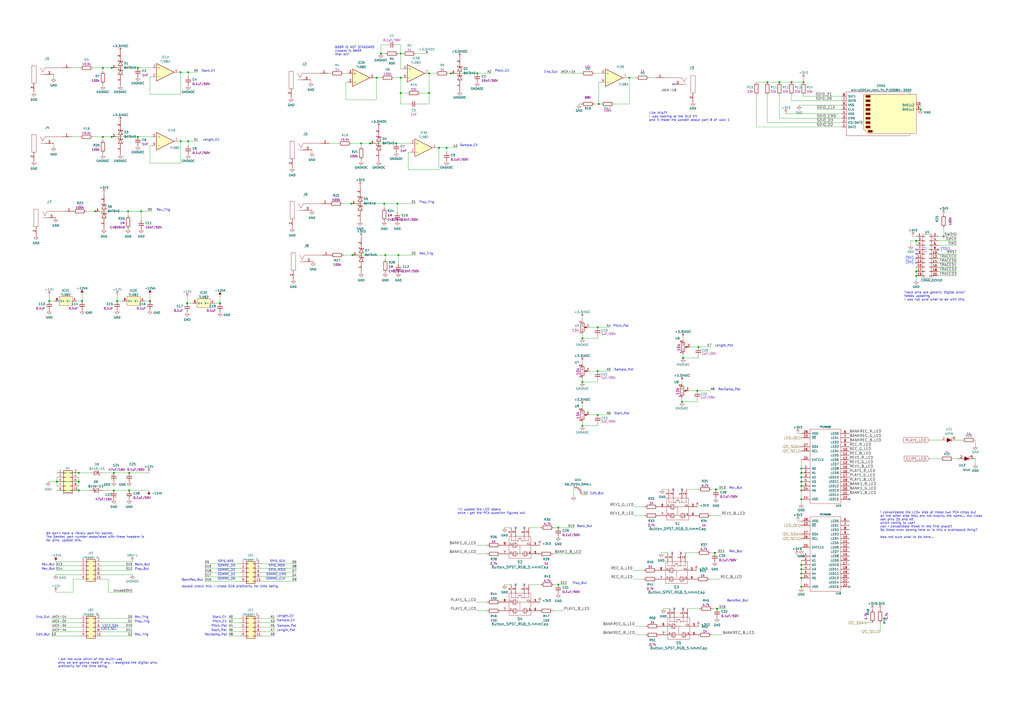
<source format=kicad_sch>
(kicad_sch (version 20211123) (generator eeschema)
  (paper "A2")
  (junction (at 414.655 320.675))
  (junction (at 396.24 207.645))
  (junction (at 337.82 196.215))
  (junction (at 64.77 79.375))
  (junction (at 347.345 60.325))
  (junction (at 209.55 83.185))
  (junction (at 464.82 284.48))
  (junction (at 445.135 47.625))
  (junction (at 229.87 83.185))
  (junction (at 531.495 139.7))
  (junction (at 59.69 79.375))
  (junction (at 33.02 279.4))
  (junction (at 64.77 39.37))
  (junction (at 323.85 339.09))
  (junction (at 232.41 31.115))
  (junction (at 452.12 47.625))
  (junction (at 464.82 330.2))
  (junction (at 81.915 122.555))
  (junction (at 66.04 284.48))
  (junction (at 80.01 39.37))
  (junction (at 66.04 274.32))
  (junction (at 365.125 45.085))
  (junction (at 220.98 31.115))
  (junction (at 464.82 335.28))
  (junction (at 337.82 221.615))
  (junction (at 464.82 281.94))
  (junction (at 223.52 147.955))
  (junction (at 261.62 42.545))
  (junction (at 464.82 276.86))
  (junction (at 108.585 175.895))
  (junction (at 405.13 201.295))
  (junction (at 74.93 284.48))
  (junction (at 346.71 215.265))
  (junction (at 74.93 274.32))
  (junction (at 203.835 118.11))
  (junction (at 248.92 42.545))
  (junction (at 395.605 233.045))
  (junction (at 45.72 274.32))
  (junction (at 67.945 174.625))
  (junction (at 55.245 122.555))
  (junction (at 254.635 85.725))
  (junction (at 464.82 274.32))
  (junction (at 204.47 147.955))
  (junction (at 45.72 279.4))
  (junction (at 276.86 42.545))
  (junction (at 531.495 160.02))
  (junction (at 109.22 81.915))
  (junction (at 404.495 226.695))
  (junction (at 337.82 247.015))
  (junction (at 104.775 41.91))
  (junction (at 534.035 63.5))
  (junction (at 248.92 53.975))
  (junction (at 80.01 79.375))
  (junction (at 464.82 332.74))
  (junction (at 464.82 289.56))
  (junction (at 231.14 147.955))
  (junction (at 531.495 157.48))
  (junction (at 346.71 240.665))
  (junction (at 47.625 174.625))
  (junction (at 222.885 118.11))
  (junction (at 28.575 174.625))
  (junction (at 86.995 174.625))
  (junction (at 214.63 83.185))
  (junction (at 547.37 137.16))
  (junction (at 59.69 39.37))
  (junction (at 109.22 41.91))
  (junction (at 464.82 271.78))
  (junction (at 74.295 122.555))
  (junction (at 232.41 53.975))
  (junction (at 415.925 353.06))
  (junction (at 127.635 175.895))
  (junction (at 104.775 81.915))
  (junction (at 464.82 340.36))
  (junction (at 218.44 45.085))
  (junction (at 259.08 85.725))
  (junction (at 346.71 189.865))
  (junction (at 464.82 327.66))
  (junction (at 459.105 47.625))
  (junction (at 45.72 284.48))
  (junction (at 415.29 283.845))
  (junction (at 466.09 47.625))
  (junction (at 464.82 279.4))
  (junction (at 232.41 45.085))
  (junction (at 323.85 306.07))
  (junction (at 230.505 118.11))
  (no_connect (at 299.085 306.07))
  (no_connect (at 304.165 339.09))
  (no_connect (at 492.76 340.36))
  (no_connect (at 394.97 320.675))
  (no_connect (at 531.495 149.86))
  (no_connect (at 304.165 306.07))
  (no_connect (at 391.16 353.06))
  (no_connect (at 389.89 320.675))
  (no_connect (at 395.605 283.845))
  (no_connect (at 396.24 353.06))
  (no_connect (at 544.195 144.78))
  (no_connect (at 390.525 48.895))
  (no_connect (at 390.525 283.845))
  (no_connect (at 299.085 339.09))
  (no_connect (at 531.495 147.32))
  (no_connect (at 531.495 152.4))
  (no_connect (at 492.76 289.56))
  (no_connect (at 531.495 144.78))
  (wire (pts (xy 404.495 226.695) (xy 412.115 226.695)))
  (wire (pts (xy 528.32 139.7) (xy 528.32 142.24)))
  (wire (pts (xy 292.735 306.07) (xy 296.545 306.07)))
  (wire (pts (xy 41.275 79.375) (xy 46.355 79.375)))
  (wire (pts (xy 337.82 186.055) (xy 337.82 183.515)))
  (wire (pts (xy 346.71 221.615) (xy 346.71 220.345)))
  (wire (pts (xy 132.715 366.395) (xy 139.065 366.395)))
  (wire (pts (xy 248.92 60.325) (xy 242.57 60.325)))
  (wire (pts (xy 109.22 41.91) (xy 109.22 44.45)))
  (wire (pts (xy 254.635 85.725) (xy 259.08 85.725)))
  (wire (pts (xy 198.755 118.11) (xy 203.835 118.11)))
  (wire (pts (xy 118.745 327.025) (xy 139.065 327.025)))
  (wire (pts (xy 320.675 354.33) (xy 327.025 354.33)))
  (wire (pts (xy 373.38 335.915) (xy 367.03 335.915)))
  (wire (pts (xy 323.85 306.07) (xy 333.375 306.07)))
  (wire (pts (xy 47.625 170.815) (xy 47.625 174.625)))
  (wire (pts (xy 341.63 189.865) (xy 346.71 189.865)))
  (wire (pts (xy 547.37 132.08) (xy 547.37 137.16)))
  (wire (pts (xy 464.82 322.58) (xy 462.28 322.58)))
  (wire (pts (xy 118.745 337.185) (xy 139.065 337.185)))
  (wire (pts (xy 510.54 366.395) (xy 510.54 361.315)))
  (wire (pts (xy 151.765 337.185) (xy 172.085 337.185)))
  (wire (pts (xy 347.345 47.625) (xy 348.615 47.625)))
  (wire (pts (xy 59.055 335.915) (xy 62.865 335.915)))
  (wire (pts (xy 88.265 44.45) (xy 86.995 44.45)))
  (wire (pts (xy 347.345 47.625) (xy 347.345 60.325)))
  (wire (pts (xy 59.055 328.295) (xy 76.835 328.295)))
  (wire (pts (xy 374.65 363.22) (xy 368.3 363.22)))
  (wire (pts (xy 332.74 281.94) (xy 332.74 287.655)))
  (wire (pts (xy 76.835 330.835) (xy 59.055 330.835)))
  (wire (pts (xy 59.055 366.395) (xy 76.835 366.395)))
  (wire (pts (xy 59.055 368.935) (xy 76.835 368.935)))
  (wire (pts (xy 50.165 122.555) (xy 55.245 122.555)))
  (wire (pts (xy 204.47 147.955) (xy 223.52 147.955)))
  (wire (pts (xy 59.055 361.315) (xy 76.835 361.315)))
  (wire (pts (xy 337.82 208.915) (xy 337.82 211.455)))
  (wire (pts (xy 190.5 42.545) (xy 191.77 42.545)))
  (wire (pts (xy 66.04 284.48) (xy 74.93 284.48)))
  (wire (pts (xy 452.12 68.58) (xy 452.12 55.245)))
  (wire (pts (xy 199.39 42.545) (xy 201.93 42.545)))
  (wire (pts (xy 395.605 233.045) (xy 404.495 233.045)))
  (wire (pts (xy 462.28 322.58) (xy 462.28 321.945)))
  (wire (pts (xy 232.41 53.975) (xy 232.41 60.325)))
  (wire (pts (xy 248.92 53.975) (xy 248.92 60.325)))
  (wire (pts (xy 320.675 321.31) (xy 337.185 321.31)))
  (wire (pts (xy 80.01 79.375) (xy 88.265 79.375)))
  (wire (pts (xy 42.545 343.535) (xy 42.545 335.915)))
  (wire (pts (xy 45.72 276.86) (xy 45.72 279.4)))
  (wire (pts (xy 531.495 137.16) (xy 529.59 137.16)))
  (wire (pts (xy 400.05 201.295) (xy 405.13 201.295)))
  (wire (pts (xy 232.41 31.115) (xy 232.41 40.005)))
  (wire (pts (xy 438.785 47.625) (xy 445.135 47.625)))
  (wire (pts (xy 466.09 55.88) (xy 466.09 55.245)))
  (wire (pts (xy 445.135 71.12) (xy 445.135 55.245)))
  (wire (pts (xy 346.71 196.215) (xy 346.71 194.945)))
  (wire (pts (xy 228.6 45.085) (xy 232.41 45.085)))
  (wire (pts (xy 554.99 142.24) (xy 544.195 142.24)))
  (wire (pts (xy 59.69 274.32) (xy 66.04 274.32)))
  (wire (pts (xy 132.715 363.855) (xy 139.065 363.855)))
  (wire (pts (xy 337.82 219.075) (xy 337.82 221.615)))
  (wire (pts (xy 555.625 255.27) (xy 558.165 255.27)))
  (wire (pts (xy 59.055 358.775) (xy 76.835 358.775)))
  (wire (pts (xy 259.08 85.725) (xy 265.43 85.725)))
  (wire (pts (xy 464.82 335.28) (xy 464.82 340.36)))
  (wire (pts (xy 464.82 332.74) (xy 464.82 335.28)))
  (wire (pts (xy 200.66 57.785) (xy 218.44 57.785)))
  (wire (pts (xy 276.86 42.545) (xy 285.115 42.545)))
  (wire (pts (xy 180.34 46.355) (xy 180.34 47.625)))
  (wire (pts (xy 405.13 207.645) (xy 405.13 206.375)))
  (wire (pts (xy 337.82 244.475) (xy 337.82 247.015)))
  (wire (pts (xy 132.715 361.315) (xy 139.065 361.315)))
  (wire (pts (xy 33.02 279.4) (xy 33.02 281.94)))
  (wire (pts (xy 31.115 83.185) (xy 31.115 85.09)))
  (wire (pts (xy 209.55 83.185) (xy 209.55 85.09)))
  (wire (pts (xy 395.605 230.505) (xy 395.605 233.045)))
  (wire (pts (xy 488.315 60.96) (xy 463.55 60.96)))
  (wire (pts (xy 337.82 221.615) (xy 346.71 221.615)))
  (wire (pts (xy 29.845 368.935) (xy 46.355 368.935)))
  (wire (pts (xy 32.385 330.835) (xy 46.355 330.835)))
  (wire (pts (xy 554.99 147.32) (xy 544.195 147.32)))
  (wire (pts (xy 553.085 266.065) (xy 555.625 266.065)))
  (wire (pts (xy 341.63 215.265) (xy 346.71 215.265)))
  (wire (pts (xy 462.915 251.46) (xy 464.82 251.46)))
  (wire (pts (xy 55.245 122.555) (xy 74.295 122.555)))
  (wire (pts (xy 151.765 332.105) (xy 172.085 332.105)))
  (wire (pts (xy 33.02 284.48) (xy 45.72 284.48)))
  (wire (pts (xy 344.805 60.325) (xy 347.345 60.325)))
  (wire (pts (xy 108.585 172.72) (xy 108.585 175.895)))
  (wire (pts (xy 464.82 289.56) (xy 464.82 292.1)))
  (wire (pts (xy 398.145 283.845) (xy 405.13 283.845)))
  (wire (pts (xy 230.505 118.11) (xy 241.3 118.11)))
  (wire (pts (xy 214.63 83.185) (xy 229.87 83.185)))
  (wire (pts (xy 554.99 149.86) (xy 544.195 149.86)))
  (wire (pts (xy 254.635 98.425) (xy 254.635 85.725)))
  (wire (pts (xy 232.41 26.035) (xy 232.41 31.115)))
  (wire (pts (xy 248.92 42.545) (xy 248.92 53.975)))
  (wire (pts (xy 32.385 333.375) (xy 46.355 333.375)))
  (wire (pts (xy 203.835 83.185) (xy 209.55 83.185)))
  (polyline (pts (xy 537.21 146.05) (xy 535.305 146.05)))
  (wire (pts (xy 384.175 283.845) (xy 387.985 283.845)))
  (wire (pts (xy 412.115 299.085) (xy 418.465 299.085)))
  (wire (pts (xy 413.385 353.06) (xy 415.925 353.06)))
  (wire (pts (xy 396.24 207.645) (xy 405.13 207.645)))
  (wire (pts (xy 232.41 45.085) (xy 232.41 53.975)))
  (wire (pts (xy 86.995 84.455) (xy 86.995 94.615)))
  (wire (pts (xy 74.93 274.32) (xy 86.36 274.32)))
  (wire (pts (xy 59.055 333.375) (xy 76.835 333.375)))
  (wire (pts (xy 64.77 39.37) (xy 80.01 39.37)))
  (wire (pts (xy 232.41 40.005) (xy 233.68 40.005)))
  (wire (pts (xy 59.69 48.895) (xy 59.69 49.53)))
  (wire (pts (xy 59.69 79.375) (xy 59.69 81.28)))
  (wire (pts (xy 397.51 320.675) (xy 404.495 320.675)))
  (wire (pts (xy 531.495 160.02) (xy 531.495 162.56)))
  (wire (pts (xy 340.995 287.02) (xy 337.82 287.02)))
  (wire (pts (xy 411.48 335.915) (xy 417.83 335.915)))
  (wire (pts (xy 66.04 274.32) (xy 74.93 274.32)))
  (wire (pts (xy 464.82 271.78) (xy 464.82 274.32)))
  (wire (pts (xy 236.855 98.425) (xy 254.635 98.425)))
  (wire (pts (xy 464.82 284.48) (xy 464.82 289.56)))
  (wire (pts (xy 346.71 240.665) (xy 354.33 240.665)))
  (wire (pts (xy 459.105 58.42) (xy 459.105 55.245)))
  (wire (pts (xy 466.09 47.625) (xy 466.09 45.72)))
  (wire (pts (xy 415.925 353.06) (xy 421.005 353.06)))
  (wire (pts (xy 346.71 215.265) (xy 354.33 215.265)))
  (wire (pts (xy 33.02 279.4) (xy 45.72 279.4)))
  (wire (pts (xy 383.54 320.675) (xy 387.35 320.675)))
  (wire (pts (xy 253.365 85.725) (xy 254.635 85.725)))
  (wire (pts (xy 83.82 174.625) (xy 86.995 174.625)))
  (wire (pts (xy 488.315 71.12) (xy 445.135 71.12)))
  (wire (pts (xy 337.185 60.325) (xy 335.915 60.325)))
  (wire (pts (xy 151.765 358.775) (xy 159.385 358.775)))
  (wire (pts (xy 241.3 31.115) (xy 247.65 31.115)))
  (wire (pts (xy 531.495 154.94) (xy 531.495 157.48)))
  (polyline (pts (xy 537.21 143.51) (xy 537.21 146.05)))
  (wire (pts (xy 33.02 274.32) (xy 45.72 274.32)))
  (wire (pts (xy 124.46 175.895) (xy 127.635 175.895)))
  (wire (pts (xy 464.82 325.12) (xy 464.82 327.66)))
  (wire (pts (xy 81.915 122.555) (xy 88.265 122.555)))
  (wire (pts (xy 531.495 139.7) (xy 531.495 142.24)))
  (wire (pts (xy 554.99 157.48) (xy 544.195 157.48)))
  (wire (pts (xy 33.02 276.86) (xy 33.02 279.4)))
  (wire (pts (xy 236.855 88.265) (xy 236.855 98.425)))
  (wire (pts (xy 104.775 81.915) (xy 109.22 81.915)))
  (wire (pts (xy 103.505 41.91) (xy 104.775 41.91)))
  (wire (pts (xy 395.605 222.885) (xy 395.605 220.345)))
  (wire (pts (xy 452.12 47.625) (xy 459.105 47.625)))
  (wire (pts (xy 109.22 81.915) (xy 114.935 81.915)))
  (wire (pts (xy 191.135 83.185) (xy 196.215 83.185)))
  (wire (pts (xy 232.41 60.325) (xy 237.49 60.325)))
  (wire (pts (xy 396.24 197.485) (xy 396.24 194.945)))
  (wire (pts (xy 201.93 47.625) (xy 200.66 47.625)))
  (wire (pts (xy 151.765 363.855) (xy 159.385 363.855)))
  (wire (pts (xy 282.575 321.31) (xy 276.225 321.31)))
  (wire (pts (xy 220.98 26.035) (xy 220.98 31.115)))
  (wire (pts (xy 363.855 45.085) (xy 365.125 45.085)))
  (wire (pts (xy 412.75 283.845) (xy 415.29 283.845)))
  (wire (pts (xy 222.885 118.11) (xy 230.505 118.11)))
  (wire (pts (xy 404.495 233.045) (xy 404.495 231.775)))
  (wire (pts (xy 88.265 84.455) (xy 86.995 84.455)))
  (wire (pts (xy 464.82 274.32) (xy 464.82 276.86)))
  (wire (pts (xy 59.055 325.755) (xy 76.835 325.755)))
  (wire (pts (xy 488.315 55.88) (xy 466.09 55.88)))
  (wire (pts (xy 223.52 147.955) (xy 231.14 147.955)))
  (wire (pts (xy 41.275 39.37) (xy 46.355 39.37)))
  (wire (pts (xy 374.015 299.085) (xy 367.665 299.085)))
  (wire (pts (xy 59.69 39.37) (xy 59.69 41.275)))
  (wire (pts (xy 86.995 94.615) (xy 104.775 94.615)))
  (wire (pts (xy 321.31 339.09) (xy 323.85 339.09)))
  (wire (pts (xy 59.69 284.48) (xy 66.04 284.48)))
  (wire (pts (xy 224.79 26.035) (xy 220.98 26.035)))
  (wire (pts (xy 118.745 332.105) (xy 139.065 332.105)))
  (wire (pts (xy 464.82 340.36) (xy 464.82 340.995)))
  (wire (pts (xy 554.99 154.94) (xy 544.195 154.94)))
  (wire (pts (xy 502.92 361.315) (xy 506.095 361.315)))
  (wire (pts (xy 230.505 123.19) (xy 230.505 118.11)))
  (wire (pts (xy 398.78 353.06) (xy 405.765 353.06)))
  (wire (pts (xy 462.915 302.26) (xy 464.82 302.26)))
  (wire (pts (xy 547.37 137.16) (xy 554.99 137.16)))
  (wire (pts (xy 488.315 68.58) (xy 452.12 68.58)))
  (wire (pts (xy 238.125 88.265) (xy 236.855 88.265)))
  (wire (pts (xy 27.94 279.4) (xy 33.02 279.4)))
  (wire (pts (xy 223.52 31.115) (xy 220.98 31.115)))
  (wire (pts (xy 341.63 240.665) (xy 346.71 240.665)))
  (wire (pts (xy 464.82 276.86) (xy 464.82 279.4)))
  (wire (pts (xy 180.975 86.995) (xy 180.975 88.265)))
  (wire (pts (xy 545.465 255.27) (xy 539.115 255.27)))
  (wire (pts (xy 415.29 283.845) (xy 421.005 283.845)))
  (wire (pts (xy 565.785 255.27) (xy 565.785 258.445)))
  (wire (pts (xy 45.72 274.32) (xy 52.07 274.32)))
  (wire (pts (xy 488.315 66.04) (xy 455.93 66.04)))
  (wire (pts (xy 323.85 339.09) (xy 328.93 339.09)))
  (wire (pts (xy 29.845 363.855) (xy 46.355 363.855)))
  (wire (pts (xy 217.17 45.085) (xy 218.44 45.085)))
  (wire (pts (xy 62.865 343.535) (xy 76.835 343.535)))
  (wire (pts (xy 32.385 343.535) (xy 42.545 343.535)))
  (wire (pts (xy 151.765 329.565) (xy 172.085 329.565)))
  (wire (pts (xy 464.82 317.5) (xy 464.82 318.77)))
  (wire (pts (xy 243.84 53.975) (xy 248.92 53.975)))
  (wire (pts (xy 74.295 122.555) (xy 81.915 122.555)))
  (wire (pts (xy 232.41 45.085) (xy 233.68 45.085)))
  (wire (pts (xy 260.35 42.545) (xy 261.62 42.545)))
  (wire (pts (xy 209.55 92.71) (xy 209.55 93.345)))
  (wire (pts (xy 292.735 339.09) (xy 296.545 339.09)))
  (wire (pts (xy 151.765 327.025) (xy 172.085 327.025)))
  (wire (pts (xy 231.14 147.955) (xy 241.3 147.955)))
  (wire (pts (xy 31.115 43.18) (xy 31.115 45.085)))
  (wire (pts (xy 209.55 83.185) (xy 214.63 83.185)))
  (wire (pts (xy 346.71 247.015) (xy 346.71 245.745)))
  (wire (pts (xy 261.62 42.545) (xy 276.86 42.545)))
  (wire (pts (xy 45.72 279.4) (xy 45.72 281.94)))
  (wire (pts (xy 337.82 247.015) (xy 346.71 247.015)))
  (wire (pts (xy 232.41 26.035) (xy 229.87 26.035)))
  (wire (pts (xy 29.845 366.395) (xy 46.355 366.395)))
  (wire (pts (xy 488.315 58.42) (xy 459.105 58.42)))
  (wire (pts (xy 414.655 320.675) (xy 420.37 320.675)))
  (wire (pts (xy 223.52 147.955) (xy 223.52 150.495)))
  (wire (pts (xy 325.12 42.545) (xy 337.185 42.545)))
  (wire (pts (xy 151.765 368.935) (xy 159.385 368.935)))
  (wire (pts (xy 282.575 316.23) (xy 276.225 316.23)))
  (wire (pts (xy 199.39 147.955) (xy 204.47 147.955)))
  (wire (pts (xy 445.135 47.625) (xy 452.12 47.625)))
  (wire (pts (xy 231.14 153.035) (xy 231.14 147.955)))
  (wire (pts (xy 104.775 54.61) (xy 104.775 41.91)))
  (wire (pts (xy 231.14 31.115) (xy 232.41 31.115)))
  (wire (pts (xy 545.465 266.065) (xy 539.115 266.065)))
  (wire (pts (xy 59.69 79.375) (xy 64.77 79.375)))
  (wire (pts (xy 248.92 42.545) (xy 252.73 42.545)))
  (wire (pts (xy 200.66 47.625) (xy 200.66 57.785)))
  (wire (pts (xy 405.13 201.295) (xy 412.75 201.295)))
  (wire (pts (xy 74.93 284.48) (xy 86.36 284.48)))
  (wire (pts (xy 151.765 361.315) (xy 159.385 361.315)))
  (wire (pts (xy 306.705 306.07) (xy 313.69 306.07)))
  (wire (pts (xy 42.545 335.915) (xy 46.355 335.915)))
  (wire (pts (xy 67.945 171.45) (xy 67.945 174.625)))
  (wire (pts (xy 384.81 353.06) (xy 388.62 353.06)))
  (wire (pts (xy 118.745 329.565) (xy 139.065 329.565)))
  (wire (pts (xy 544.195 137.16) (xy 547.37 137.16)))
  (wire (pts (xy 337.82 234.315) (xy 337.82 236.855)))
  (wire (pts (xy 365.125 60.325) (xy 365.125 45.085)))
  (wire (pts (xy 347.345 60.325) (xy 348.615 60.325)))
  (wire (pts (xy 459.105 47.625) (xy 466.09 47.625)))
  (wire (pts (xy 108.585 175.895) (xy 111.76 175.895)))
  (wire (pts (xy 218.44 57.785) (xy 218.44 45.085)))
  (polyline (pts (xy 36.195 286.385) (xy 42.545 286.385)))
  (wire (pts (xy 86.995 44.45) (xy 86.995 54.61)))
  (wire (pts (xy 151.765 366.395) (xy 159.385 366.395)))
  (wire (pts (xy 464.82 330.2) (xy 464.82 332.74)))
  (wire (pts (xy 86.995 170.815) (xy 86.995 174.625)))
  (wire (pts (xy 29.845 361.315) (xy 46.355 361.315)))
  (wire (pts (xy 337.82 196.215) (xy 346.71 196.215)))
  (wire (pts (xy 32.385 328.295) (xy 46.355 328.295)))
  (wire (pts (xy 53.975 79.375) (xy 59.69 79.375)))
  (wire (pts (xy 104.775 41.91) (xy 109.22 41.91)))
  (wire (pts (xy 356.235 60.325) (xy 365.125 60.325)))
  (wire (pts (xy 104.775 94.615) (xy 104.775 81.915)))
  (wire (pts (xy 29.845 358.775) (xy 46.355 358.775)))
  (wire (pts (xy 229.87 83.185) (xy 238.125 83.185)))
  (wire (pts (xy 53.975 39.37) (xy 59.69 39.37)))
  (wire (pts (xy 464.82 279.4) (xy 464.82 281.94)))
  (wire (pts (xy 565.785 266.065) (xy 565.785 269.24)))
  (wire (pts (xy 531.495 139.7) (xy 528.32 139.7)))
  (wire (pts (xy 151.765 334.645) (xy 172.085 334.645)))
  (wire (pts (xy 346.71 189.865) (xy 354.33 189.865)))
  (wire (pts (xy 59.69 88.9) (xy 59.69 89.535)))
  (wire (pts (xy 376.555 45.085) (xy 380.365 45.085)))
  (polyline (pts (xy 535.305 143.51) (xy 537.21 143.51)))
  (wire (pts (xy 109.22 41.91) (xy 114.935 41.91)))
  (wire (pts (xy 464.82 281.94) (xy 464.82 284.48)))
  (wire (pts (xy 396.24 205.105) (xy 396.24 207.645)))
  (wire (pts (xy 412.115 320.675) (xy 414.655 320.675)))
  (wire (pts (xy 64.77 79.375) (xy 80.01 79.375)))
  (wire (pts (xy 103.505 81.915) (xy 104.775 81.915)))
  (wire (pts (xy 74.295 122.555) (xy 74.295 125.095)))
  (wire (pts (xy 276.225 354.33) (xy 282.575 354.33)))
  (wire (pts (xy 218.44 45.085) (xy 220.98 45.085)))
  (wire (pts (xy 81.915 127.635) (xy 81.915 122.555)))
  (wire (pts (xy 554.99 152.4) (xy 544.195 152.4)))
  (wire (pts (xy 32.385 325.755) (xy 46.355 325.755)))
  (wire (pts (xy 306.705 339.09) (xy 313.69 339.09)))
  (wire (pts (xy 28.575 174.625) (xy 31.75 174.625)))
  (wire (pts (xy 464.82 327.66) (xy 464.82 330.2)))
  (wire (pts (xy 127.635 172.085) (xy 127.635 175.895)))
  (wire (pts (xy 374.65 368.3) (xy 368.3 368.3)))
  (wire (pts (xy 67.945 174.625) (xy 71.12 174.625)))
  (wire (pts (xy 259.08 85.725) (xy 259.08 88.265)))
  (wire (pts (xy 86.995 54.61) (xy 104.775 54.61)))
  (wire (pts (xy 373.38 330.835) (xy 367.03 330.835)))
  (wire (pts (xy 399.415 226.695) (xy 404.495 226.695)))
  (wire (pts (xy 464.82 266.7) (xy 464.82 271.78)))
  (wire (pts (xy 44.45 174.625) (xy 47.625 174.625)))
  (wire (pts (xy 45.72 284.48) (xy 52.07 284.48)))
  (wire (pts (xy 276.225 349.25) (xy 282.575 349.25)))
  (wire (pts (xy 203.835 118.11) (xy 222.885 118.11)))
  (wire (pts (xy 62.865 335.915) (xy 62.865 343.535)))
  (wire (pts (xy 438.785 73.66) (xy 438.785 55.245)))
  (wire (pts (xy 132.715 358.775) (xy 139.065 358.775)))
  (wire (pts (xy 531.495 157.48) (xy 531.495 160.02)))
  (wire (pts (xy 412.75 368.3) (xy 419.1 368.3)))
  (wire (pts (xy 109.22 81.915) (xy 109.22 84.455)))
  (wire (pts (xy 132.715 368.935) (xy 139.065 368.935)))
  (wire (pts (xy 365.125 45.085) (xy 368.935 45.085)))
  (wire (pts (xy 80.01 39.37) (xy 88.265 39.37)))
  (wire (pts (xy 554.99 139.7) (xy 544.195 139.7)))
  (wire (pts (xy 534.035 63.5) (xy 534.035 60.96)))
  (wire (pts (xy 321.31 306.07) (xy 323.85 306.07)))
  (wire (pts (xy 232.41 53.975) (xy 236.22 53.975)))
  (wire (pts (xy 59.055 363.855) (xy 76.835 363.855)))
  (wire (pts (xy 337.82 193.675) (xy 337.82 196.215)))
  (wire (pts (xy 344.805 42.545) (xy 348.615 42.545)))
  (wire (pts (xy 232.41 31.115) (xy 233.68 31.115)))
  (wire (pts (xy 488.315 63.5) (xy 473.71 63.5)))
  (wire (pts (xy 28.575 171.45) (xy 28.575 174.625)))
  (wire (pts (xy 554.99 160.02) (xy 544.195 160.02)))
  (wire (pts (xy 222.885 118.11) (xy 222.885 120.65)))
  (wire (pts (xy 488.315 73.66) (xy 438.785 73.66)))
  (wire (pts (xy 59.69 39.37) (xy 64.77 39.37)))
  (wire (pts (xy 374.015 294.005) (xy 367.665 294.005)))
  (wire (pts (xy 118.745 334.645) (xy 139.065 334.645)))
  (text "Rev_Trig" (at 90.805 122.555 0) (effects (font (size 1.27 1.27)) (justify left bottom)))
  (text "i consolidated the LEDx side of these two PCA chips but \non the other side they are not exactly the same... tho close \nsee pins 25 and A0\nwhich config to use?\ncan I consolidate these in the first place?\nDo these even belong here or is this a brainboard thing?\n\nWas not sure what to do here... " (at 510.54 312.42 0) (effects (font (size 1.27 1.27)) (justify left bottom)))
  (text "double check this, I chose D16 arbitrarily for time being" (at 105.41 340.995 0) (effects (font (size 1.27 1.27)) (justify left bottom)))
  (text "Play_Trig" (at 243.205 118.11 0) (effects (font (size 1.27 1.27)) (justify left bottom)))
  (text "Bank_But" (at 334.645 306.07 0) (effects (font (size 1.27 1.27)) (justify left bottom)))
  (text "12C1_SCL" (at 58.42 365.76 0) (effects (font (size 1.27 1.27)) (justify left bottom)))
  (text "Rec_Trig" (at 243.205 147.955 0) (effects (font (size 1.27 1.27)) (justify left bottom)))
  (text "Pitch_CV" (at 123.19 361.315 0) (effects (font (size 1.27 1.27)) (justify left bottom)))
  (text "Sample_Pot" (at 356.235 215.265 0) (effects (font (size 1.27 1.27)) (justify left bottom)))
  (text "I am not sure which of the multi-use \npins we are gonna need if any, I assigned the digital pins\narbitrarily for the time being. " (at 33.655 387.35 0) (effects (font (size 1.27 1.27)) (justify left bottom)))
  (text "SDMMC_D1" (at 136.525 334.01 180) (effects (font (size 1.27 1.27)) (justify right bottom)))
  (text "We don't have a library part for socket. \nThe Samtec part number associated with these headers is \nfor pins, update this. " (at 26.67 314.325 0) (effects (font (size 1.27 1.27)) (justify left bottom)))
  (text "End_Out" (at 20.955 358.775 0) (effects (font (size 1.27 1.27)) (justify left bottom)))
  (text "Play_Trig" (at 78.105 361.315 0) (effects (font (size 1.27 1.27)) (justify left bottom)))
  (text "Edit_But" (at 20.955 368.935 0) (effects (font (size 1.27 1.27)) (justify left bottom)))
  (text "Like this?? \nI was looking at the DLD Kit \nand it made me wonder about part B of Jack 1" (at 376.555 70.485 0) (effects (font (size 1.27 1.27)) (justify left bottom)))
  (text "12C2_SDA" (at 59.055 363.855 0) (effects (font (size 1.27 1.27)) (justify left bottom)))
  (text "SDMMC_CMD" (at 154.305 334.01 0) (effects (font (size 1.27 1.27)) (justify left bottom)))
  (text "SPI5_MISO" (at 165.735 331.47 180) (effects (font (size 1.27 1.27)) (justify right bottom)))
  (text "BankRec_But" (at 421.64 349.25 0) (effects (font (size 1.27 1.27)) (justify left bottom)))
  (text "Start_Pot" (at 122.555 366.395 0) (effects (font (size 1.27 1.27)) (justify left bottom)))
  (text "SDMMC_D3" (at 136.525 328.93 180) (effects (font (size 1.27 1.27)) (justify right bottom)))
  (text "Rev_Trig" (at 78.105 358.775 0) (effects (font (size 1.27 1.27)) (justify left bottom)))
  (text "Pitch_Pot" (at 122.555 363.855 0) (effects (font (size 1.27 1.27)) (justify left bottom)))
  (text "Bank_But" (at 78.105 328.295 0) (effects (font (size 1.27 1.27)) (justify left bottom)))
  (text "RecSamp_Pot" (at 416.56 226.695 0) (effects (font (size 1.27 1.27)) (justify left bottom)))
  (text "Start_CV" (at 123.19 358.775 0) (effects (font (size 1.27 1.27)) (justify left bottom)))
  (text "Rec_But" (at 24.13 330.835 0) (effects (font (size 1.27 1.27)) (justify left bottom)))
  (text "SPI5_MOSI" (at 165.735 328.93 180) (effects (font (size 1.27 1.27)) (justify right bottom)))
  (text "SDMMC_D0" (at 136.525 336.55 180) (effects (font (size 1.27 1.27)) (justify right bottom)))
  (text "Rev_But" (at 422.91 283.845 0) (effects (font (size 1.27 1.27)) (justify left bottom)))
  (text "Sample_Pot" (at 160.655 363.855 0) (effects (font (size 1.27 1.27)) (justify left bottom)))
  (text "RecSamp_Pot" (at 118.745 368.935 0) (effects (font (size 1.27 1.27)) (justify left bottom)))
  (text "Rec_Trig" (at 78.105 368.935 0) (effects (font (size 1.27 1.27)) (justify left bottom)))
  (text "Rev_But" (at 24.13 328.295 0) (effects (font (size 1.27 1.27)) (justify left bottom)))
  (text "Start_Pot" (at 356.235 240.665 0) (effects (font (size 1.27 1.27)) (justify left bottom)))
  (text "SPI5_NSS" (at 126.365 326.39 0) (effects (font (size 1.27 1.27)) (justify left bottom)))
  (text "Start_CV" (at 116.84 41.91 0) (effects (font (size 1.27 1.27)) (justify left bottom)))
  (text "(5V)" (at 525.145 150.495 0) (effects (font (size 1.524 1.524)) (justify left bottom)))
  (text "Play_But" (at 78.105 330.835 0) (effects (font (size 1.27 1.27)) (justify left bottom)))
  (text "(TDI)" (at 545.465 145.415 0) (effects (font (size 1.524 1.524)) (justify left bottom)))
  (text "Length_Pot" (at 160.655 366.395 0) (effects (font (size 1.27 1.27)) (justify left bottom)))
  (text "Length_CV" (at 160.655 358.14 0) (effects (font (size 1.27 1.27)) (justify left bottom)))
  (text "Sample_CV" (at 160.655 360.68 0) (effects (font (size 1.27 1.27)) (justify left bottom)))
  (text "Sample_CV" (at 266.7 85.09 0) (effects (font (size 1.27 1.27)) (justify left bottom)))
  (text "Pitch_CV" (at 287.02 41.91 0) (effects (font (size 1.27 1.27)) (justify left bottom)))
  (text "BankRec_But" (at 105.41 337.185 0) (effects (font (size 1.27 1.27)) (justify left bottom)))
  (text "600R IS NOT STANDARD \nclosest is 665R \nthat ok?" (at 194.31 32.385 0) (effects (font (size 1.27 1.27)) (justify left bottom)))
  (text "SDMMC_CLK" (at 154.305 336.55 0) (effects (font (size 1.27 1.27)) (justify left bottom)))
  (text "Trace pins are generic Digital pins?\nNeeds updating\nI was not sure what to do with this. " (at 524.51 174.625 0) (effects (font (size 1.27 1.27)) (justify left bottom)))
  (text "SPI5_SCK" (at 165.735 326.39 180) (effects (font (size 1.27 1.27)) (justify right bottom)))
  (text "SDMMC_D2" (at 136.525 331.47 180) (effects (font (size 1.27 1.27)) (justify right bottom)))
  (text "Pitch_Pot" (at 355.6 189.865 0) (effects (font (size 1.27 1.27)) (justify left bottom)))
  (text "Edit_But" (at 342.265 287.02 0) (effects (font (size 1.27 1.27)) (justify left bottom)))
  (text "End_Out" (at 315.595 42.545 0) (effects (font (size 1.27 1.27)) (justify left bottom)))
  (text "Rec_But" (at 422.91 320.675 0) (effects (font (size 1.27 1.27)) (justify left bottom)))
  (text "(5V)" (at 525.145 153.035 0) (effects (font (size 1.524 1.524)) (justify left bottom)))
  (text "I'll update the LED labels \nonce I get the PCA question figured out" (at 265.43 298.45 0) (effects (font (size 1.27 1.27)) (justify left bottom)))
  (text "Length_Pot" (at 414.655 201.295 0) (effects (font (size 1.27 1.27)) (justify left bottom)))
  (text "Play_But" (at 332.105 339.09 0) (effects (font (size 1.27 1.27)) (justify left bottom)))
  (text "Length_CV" (at 117.475 81.915 0) (effects (font (size 1.27 1.27)) (justify left bottom)))
  (label "BANK1_B_LED" (at 337.185 321.31 180) (effects (font (size 1.524 1.524))))
  (label "A5" (at 159.385 363.855 180))
  (label "BANKREC_R_LED" (at 492.76 251.46 0) (effects (font (size 1.524 1.524))))
  (label "A8" (at 132.715 368.935 0))
  (label "D10" (at 333.375 306.07 180))
  (label "PLAY1_R_LED" (at 492.76 274.32 0) (effects (font (size 1.524 1.524))))
  (label "D6" (at 172.085 327.025 180))
  (label "D13" (at 32.385 328.295 0))
  (label "D0" (at 76.835 358.775 180))
  (label "SDIO_CMD" (at 473.71 68.58 0) (effects (font (size 1.524 1.524))))
  (label "TRACECK" (at 554.99 149.86 180) (effects (font (size 1.524 1.524))))
  (label "A2" (at 285.115 42.545 180))
  (label "BANK1_G_LED" (at 492.76 284.48 0) (effects (font (size 1.524 1.524))))
  (label "BANKREC_G_LED" (at 368.3 363.22 180) (effects (font (size 1.524 1.524))))
  (label "D1" (at 241.3 118.11 180))
  (label "BANK1_B_LED" (at 492.76 287.02 0) (effects (font (size 1.524 1.524))))
  (label "SDIO_D0" (at 473.075 58.42 0) (effects (font (size 1.524 1.524))))
  (label "JACK-1A" (at 325.12 42.545 0))
  (label "BANK1_R_LED" (at 276.225 321.31 180) (effects (font (size 1.524 1.524))))
  (label "NRST" (at 554.99 147.32 180) (effects (font (size 1.524 1.524))))
  (label "D8" (at 172.085 329.565 180))
  (label "SWCK" (at 554.99 139.7 180) (effects (font (size 1.524 1.524))))
  (label "REC_R_LED" (at 492.76 259.08 0) (effects (font (size 1.524 1.524))))
  (label "D10" (at 76.835 328.295 180))
  (label "A4" (at 354.33 189.865 180))
  (label "D11" (at 76.835 366.395 180))
  (label "BANKREC_G_LED" (at 492.76 254 0) (effects (font (size 1.524 1.524))))
  (label "D14" (at 32.385 330.835 0))
  (label "D17" (at 118.745 334.645 0))
  (label "JACK-2A" (at 29.845 361.315 0))
  (label "TRACED1" (at 554.99 154.94 180) (effects (font (size 1.524 1.524))))
  (label "D5" (at 118.745 327.025 0))
  (label "REV1_R_LED" (at 492.76 266.7 0) (effects (font (size 1.524 1.524))))
  (label "A7" (at 412.75 201.295 180))
  (label "D0" (at 88.265 122.555 180))
  (label "SDIO_D3" (at 473.71 71.12 0) (effects (font (size 1.524 1.524))))
  (label "D3" (at 29.845 368.935 0))
  (label "A0" (at 132.715 358.775 0))
  (label "JACK-4A" (at 29.845 366.395 0))
  (label "BANKREC_B_LED" (at 419.1 368.3 0) (effects (font (size 1.524 1.524))))
  (label "A4" (at 132.715 363.855 0))
  (label "D19" (at 118.745 329.565 0))
  (label "REC_G_LED" (at 367.03 330.835 180) (effects (font (size 1.524 1.524))))
  (label "SWDIO" (at 554.99 137.16 180) (effects (font (size 1.524 1.524))))
  (label "A6" (at 354.33 240.665 180))
  (label "D12" (at 328.93 339.09 180))
  (label "JACK-1A" (at 29.845 358.775 0))
  (label "D14" (at 420.37 320.675 180))
  (label "A5" (at 354.33 215.265 180))
  (label "TRACED0" (at 554.99 152.4 180) (effects (font (size 1.524 1.524))))
  (label "A6" (at 132.715 366.395 0))
  (label "D2" (at 76.835 368.935 180))
  (label "REC_R_LED" (at 367.03 335.915 180) (effects (font (size 1.524 1.524))))
  (label "D12" (at 76.835 330.835 180))
  (label "A7" (at 159.385 366.395 180))
  (label "A2" (at 132.715 361.315 0))
  (label "REV1_B_LED" (at 418.465 299.085 0) (effects (font (size 1.524 1.524))))
  (label "REC_G_LED" (at 492.76 261.62 0) (effects (font (size 1.524 1.524))))
  (label "BANK1_R_LED" (at 492.76 281.94 0) (effects (font (size 1.524 1.524))))
  (label "D1" (at 76.835 361.315 180))
  (label "BANK1_G_LED" (at 276.225 316.23 180) (effects (font (size 1.524 1.524))))
  (label "REC_B_LED" (at 417.83 335.915 0) (effects (font (size 1.524 1.524))))
  (label "BANKREC_B_LED" (at 492.76 256.54 0) (effects (font (size 1.524 1.524))))
  (label "D13" (at 421.005 283.845 180))
  (label "D2" (at 241.3 147.955 180))
  (label "REV1_G_LED" (at 492.76 269.24 0) (effects (font (size 1.524 1.524))))
  (label "BANKREC_R_LED" (at 368.3 368.3 180) (effects (font (size 1.524 1.524))))
  (label "A3" (at 159.385 361.315 180))
  (label "D16" (at 421.005 353.06 180))
  (label "SWO" (at 554.99 142.24 180) (effects (font (size 1.524 1.524))))
  (label "A1" (at 159.385 358.775 180))
  (label "REV1_G_LED" (at 367.665 294.005 180) (effects (font (size 1.524 1.524))))
  (label "A3" (at 265.43 85.725 180))
  (label "PLAY1_B_LED" (at 492.76 279.4 0) (effects (font (size 1.524 1.524))))
  (label "D18" (at 118.745 332.105 0))
  (label "JACK-3A" (at 29.845 363.855 0))
  (label "PLAY1_R_LED" (at 276.225 354.33 180) (effects (font (size 1.524 1.524))))
  (label "REV1_B_LED" (at 492.76 271.78 0) (effects (font (size 1.524 1.524))))
  (label "A8" (at 412.115 226.695 0))
  (label "D16" (at 118.745 337.185 0))
  (label "REC_B_LED" (at 492.76 264.16 0) (effects (font (size 1.524 1.524))))
  (label "JACK-1B" (at 383.54 53.34 0))
  (label "D7" (at 172.085 332.105 180))
  (label "SDIO_D1" (at 473.075 55.88 0) (effects (font (size 1.524 1.524))))
  (label "TRACED2" (at 554.99 157.48 180) (effects (font (size 1.524 1.524))))
  (label "D3" (at 340.995 287.02 180))
  (label "REV1_R_LED" (at 367.665 299.085 180) (effects (font (size 1.524 1.524))))
  (label "SDIO_CLK" (at 473.71 63.5 0) (effects (font (size 1.524 1.524))))
  (label "SDIO_D2" (at 473.71 73.66 0) (effects (font (size 1.524 1.524))))
  (label "A1" (at 114.935 81.915 180))
  (label "PLAY1_B_LED" (at 327.025 354.33 0) (effects (font (size 1.524 1.524))))
  (label "PLAY1_G_LED" (at 492.76 276.86 0) (effects (font (size 1.524 1.524))))
  (label "TRACED3" (at 554.99 160.02 180) (effects (font (size 1.524 1.524))))
  (label "D15" (at 76.835 363.855 180))
  (label "D9" (at 172.085 337.185 180))
  (label "Unused(5V)" (at 76.835 343.535 180))
  (label "A0" (at 114.935 41.91 180))
  (label "A9" (at 159.385 368.935 180))
  (label "D4" (at 172.085 334.645 180))
  (label "PLAY1_G_LED" (at 276.225 349.25 180) (effects (font (size 1.524 1.524))))
  (global_label "CLIP1_LED" (shape input) (at 539.115 266.065 180) (effects (font (size 1.524 1.524))) (property "Intersheet References" "${INTERSHEET_REFS}" (effects hide)))
  (global_label "PLAY1_LED" (shape input) (at 539.115 255.27 180) (effects (font (size 1.524 1.524))) (property "Intersheet References" "${INTERSHEET_REFS}" (effects hide)))
  (hierarchical_label "I2C_SCL" (shape input) (at 464.82 312.42 180) (effects (font (size 1.524 1.524))))
  (hierarchical_label "I2C_SCL" (shape input) (at 464.82 261.62 180) (effects (font (size 1.524 1.524))))
  (hierarchical_label "LED_OE" (shape input) (at 464.82 254 180) (effects (font (size 1.524 1.524))))
  (hierarchical_label "LED_OE" (shape input) (at 464.82 304.8 180) (effects (font (size 1.524 1.524))))
  (hierarchical_label "I2C_SDA" (shape bidirectional) (at 464.82 259.08 180) (effects (font (size 1.524 1.524))))
  (hierarchical_label "I2C_SDA" (shape bidirectional) (at 464.82 309.88 180) (effects (font (size 1.524 1.524))))
  (hierarchical_label "I2C_SDA" (shape bidirectional) (at 502.92 361.315 180) (effects (font (size 1.524 1.524))))
  (hierarchical_label "I2C_SCL" (shape input) (at 510.54 366.395 180) (effects (font (size 1.524 1.524))))
  (symbol (lib_id "4ms_Power-symbol:+3.3VADC") (at 337.82 183.515 0) (unit 1)
    (property "Reference" "#PWR066" (effects hide))
    (property "Value" "+3.3VADC" (at 337.82 180.975 0))
  )
  (symbol (lib_id "4ms_Power-symbol:+12V") (at 32.385 343.535 0) (unit 1)
    (property "Reference" "#PWR0100" (effects hide))
    (property "Value" "+12V" (at 32.385 339.979 0))
  )
  (symbol (lib_id "4ms_Power-symbol:GND") (at 292.735 306.07 0) (unit 1)
    (property "Reference" "#PWR089" (effects hide))
    (property "Value" "GND" (at 292.735 310.5134 0))
  )
  (symbol (lib_id "4ms_Capacitor:10nF_0805_50V") (at 81.915 130.175 0) (unit 1)
    (property "Reference" "C11" (at 84.2391 129.3466 0) (effects (justify left)))
    (property "Value" "10nF_0805_50V" (effects hide))
    (property "Footprint" "4ms_Capacitor:C_0805" (effects hide))
    (property "Specifications" "10nF, 50V, 0805, MLCC, X5R or similar" (effects hide))
    (property "Manufacturer" "Murata" (effects hide))
    (property "Part Number" "GCM219R91H103KA37D " (effects hide))
    (property "Display" "10nF/50V" (at 84.2391 131.8835 0) (effects (justify left)))
  )
  (symbol (lib_id "4ms_Diode:B140-E3") (at 55.88 274.32 180) (unit 1)
    (property "Reference" "D8" (at 56.1975 269.3756 0))
    (property "Value" "B140-E3" (at 56.1975 271.9125 0))
    (property "Footprint" "4ms_Diode:D_SMA" (effects hide))
    (property "Specifications" "SCHOTTKY Diode SMA Vrrm>=40V If>=1.0A, Ifsm>=1.5A" (effects hide))
    (property "Manufacturer" "Diodes Incorporated" (effects hide))
    (property "Part Number" "B140-E3/5AT" (effects hide))
    (property "Manufacturer 2" "Diodes Incorporated" (effects hide))
    (property "Part Number 2" "B140-E3/61T" (effects hide))
    (property "JLCPCB ID" "C15759" (effects hide))
  )
  (symbol (lib_id "4ms_Diode:BAT54S") (at 219.71 83.185 270) (mirror x) (unit 1)
    (property "Reference" "D4" (at 221.742 80.5088 90) (effects (justify left)))
    (property "Value" "BAT54S" (at 221.742 83.0457 90) (effects (justify left)))
    (property "Footprint" "4ms_Package_SOT:SOT23-3_PO132" (effects hide))
    (property "Specifications" "Dual schottky diode BAT54S" (effects hide))
    (property "Manufacturer" "Diodes Incorporated" (effects hide))
    (property "Part Number" "BAT54S-7-F" (effects hide))
    (property "JLCPCB ID" "C83574" (effects hide))
    (property "Alt JLCPCB ID" "C122856" (effects hide))
  )
  (symbol (lib_id "4ms_Capacitor:1uF_0805_25V") (at 346.71 192.405 0) (unit 1)
    (property "Reference" "C19" (at 348.615 191.77 0) (effects (justify left)))
    (property "Value" "1uF_0805_25V" (effects hide))
    (property "Footprint" "4ms_Capacitor:C_0805" (effects hide))
    (property "Specifications" "1uF, 25V, 0805, MLCC, X5R or similar" (effects hide))
    (property "Manufacturer" "Murata" (effects hide))
    (property "Part Number" "GCM219R91H103KA37D " (effects hide))
    (property "Display" "1uF/25V" (at 348.615 193.675 0) (effects (justify left)))
  )
  (symbol (lib_id "4ms_Power-symbol:GND") (at 383.54 320.675 0) (unit 1)
    (property "Reference" "#PWR092" (effects hide))
    (property "Value" "GND" (at 383.54 325.1184 0))
  )
  (symbol (lib_id "4ms_Power-symbol:GND") (at 230.505 128.27 0) (unit 1)
    (property "Reference" "#PWR040" (effects hide))
    (property "Value" "GND" (at 230.505 132.7134 0))
  )
  (symbol (lib_id "4ms_Power-symbol:GND") (at 66.04 279.4 0) (unit 1)
    (property "Reference" "#PWR080" (effects hide))
    (property "Value" "GND" (at 64.1351 281.1038 0) (effects (justify right)))
  )
  (symbol (lib_id "4ms_Power-symbol:GND") (at 464.82 340.995 0) (unit 1)
    (property "Reference" "#PWR099" (effects hide))
    (property "Value" "GND" (at 464.82 344.805 0))
  )
  (symbol (lib_id "4ms_Resistor:68k_0805") (at 340.995 60.325 90) (unit 1)
    (property "Reference" "R16" (at 340.995 62.865 90))
    (property "Value" "68k_0805" (effects hide))
    (property "Footprint" "4ms_Resistor:R_0805" (effects hide))
    (property "Specifications" "68k, 1/8W, 1%" (effects hide))
    (property "Manufacturer" "Yageo" (effects hide))
    (property "Part Number" "RT0805FRE0768KL " (effects hide))
    (property "Display" "68k" (at 340.995 56.515 90))
  )
  (symbol (lib_id "4ms_Power-symbol:GNDADC") (at 80.01 84.455 0) (unit 1)
    (property "Reference" "#PWR023" (effects hide))
    (property "Value" "GNDADC" (at 80.01 88.265 0))
  )
  (symbol (lib_id "4ms_Resistor_0805:49.9k_0805") (at 50.165 39.37 90) (unit 1)
    (property "Reference" "R3" (at 50.165 34.6542 90))
    (property "Value" "49.9k_0805" (effects hide))
    (property "Footprint" "4ms_Resistor:R_0805" (effects hide))
    (property "Specifications" "49.9k, 1%, 1/8W, 0805" (effects hide))
    (property "Manufacturer" "Yageo" (effects hide))
    (property "Part Number" "RC0805FR-0749K9L" (effects hide))
    (property "Display" "49.9k" (at 50.165 37.1911 90))
    (property "JLCPCB ID" "C114540" (effects hide))
  )
  (symbol (lib_id "4ms_Resistor:1k_0805") (at 237.49 31.115 90) (unit 1)
    (property "Reference" "R2" (at 237.49 26.3992 90))
    (property "Value" "1k_0805" (effects hide))
    (property "Footprint" "4ms_Resistor:R_0805" (effects hide))
    (property "Specifications" "1k, 1/8W, 1%" (effects hide))
    (property "Manufacturer" "Yageo" (effects hide))
    (property "Part Number" "RT0805FRE071KL " (effects hide))
    (property "Display" "1k" (at 237.49 28.9361 90))
  )
  (symbol (lib_id "4ms_Power-symbol:GNDADC") (at 59.69 49.53 0) (unit 1)
    (property "Reference" "#PWR010" (effects hide))
    (property "Value" "GNDADC" (at 59.69 53.34 0))
  )
  (symbol (lib_id "4ms_Power-symbol:GND") (at 180.975 121.92 0) (unit 1)
    (property "Reference" "#PWR035" (effects hide))
    (property "Value" "GND" (at 180.975 126.3634 0))
  )
  (symbol (lib_id "4ms_Resistor_0805:4.7k_0805") (at 506.095 357.505 180) (unit 1)
    (property "Reference" "R48" (at 503.555 354.965 90))
    (property "Value" "4.7k_0805" (effects hide))
    (property "Footprint" "4ms_Resistor:R_0805" (effects hide))
    (property "Specifications" "4.7k, 1%, 1/8W, 0805" (effects hide))
    (property "Manufacturer" "Yageo" (effects hide))
    (property "Part Number" "RC0805FR-074K7L" (effects hide))
    (property "Display" "4.7k" (at 502.285 357.505 90))
    (property "JLCPCB ID" "C60816" (effects hide))
  )
  (symbol (lib_id "4ms_Power-symbol:GNDADC") (at 337.82 196.215 0) (unit 1)
    (property "Reference" "#PWR068" (effects hide))
    (property "Value" "GNDADC" (at 337.82 200.025 0))
  )
  (symbol (lib_id "4ms_Capacitor:1uF_0805_25V") (at 346.71 243.205 0) (unit 1)
    (property "Reference" "C23" (at 348.615 242.57 0) (effects (justify left)))
    (property "Value" "1uF_0805_25V" (effects hide))
    (property "Footprint" "4ms_Capacitor:C_0805" (effects hide))
    (property "Specifications" "1uF, 25V, 0805, MLCC, X5R or similar" (effects hide))
    (property "Manufacturer" "Murata" (effects hide))
    (property "Part Number" "GCM219R91H103KA37D " (effects hide))
    (property "Display" "1uF/25V" (at 348.615 244.475 0) (effects (justify left)))
  )
  (symbol (lib_id "4ms_Power-symbol:GNDADC") (at 337.82 247.015 0) (unit 1)
    (property "Reference" "#PWR075" (effects hide))
    (property "Value" "GNDADC" (at 337.82 250.825 0))
  )
  (symbol (lib_id "4ms_Power-symbol:GND") (at 32.385 126.365 0) (unit 1)
    (property "Reference" "#PWR037" (effects hide))
    (property "Value" "GND" (at 32.385 130.8084 0))
  )
  (symbol (lib_id "4ms_Power-symbol:GND") (at 19.685 93.345 0) (unit 1)
    (property "Reference" "#PWR030" (effects hide))
    (property "Value" "GND" (at 19.685 97.7884 0))
  )
  (symbol (lib_id "4ms_Resistor_0805:49.9k_0805") (at 50.165 79.375 90) (unit 1)
    (property "Reference" "R18" (at 50.165 74.6592 90))
    (property "Value" "49.9k_0805" (effects hide))
    (property "Footprint" "4ms_Resistor:R_0805" (effects hide))
    (property "Specifications" "49.9k, 1%, 1/8W, 0805" (effects hide))
    (property "Manufacturer" "Yageo" (effects hide))
    (property "Part Number" "RC0805FR-0749K9L" (effects hide))
    (property "Display" "49.9k" (at 50.165 77.1961 90))
    (property "JLCPCB ID" "C114540" (effects hide))
  )
  (symbol (lib_id "4ms_Capacitor:47uF_5x5.3_16V") (at 66.04 287.02 180) (unit 1)
    (property "Reference" "C27" (at 60.96 287.02 0) (effects (justify right)))
    (property "Value" "47uF_5x5.3_16V" (effects hide))
    (property "Footprint" "4ms_Capacitor:CP_Elec_5x5.3" (effects hide))
    (property "Specifications" "47uF, 16V, 20%, 5.00mmD*5.30mmH, 2000Hrs@85℃" (effects hide))
    (property "Manufacturer" "Lelon" (effects hide))
    (property "Part Number" "VES470M1CTR-0505" (effects hide))
    (property "Display" "47uF/16V" (at 55.245 289.56 0) (effects (justify right)))
    (property "JLCPCB ID" "C134798" (effects hide))
  )
  (symbol (lib_id "4ms_Diode:BAT54S") (at 266.7 42.545 270) (mirror x) (unit 1)
    (property "Reference" "D2" (at 268.732 39.8688 90) (effects (justify left)))
    (property "Value" "BAT54S" (at 268.732 42.4057 90) (effects (justify left)))
    (property "Footprint" "4ms_Package_SOT:SOT23-3_PO132" (effects hide))
    (property "Specifications" "Dual schottky diode BAT54S" (effects hide))
    (property "Manufacturer" "Diodes Incorporated" (effects hide))
    (property "Part Number" "BAT54S-7-F" (effects hide))
    (property "JLCPCB ID" "C83574" (effects hide))
    (property "Alt JLCPCB ID" "C122856" (effects hide))
  )
  (symbol (lib_id "4ms_Power-symbol:+3.3VADC") (at 219.71 73.025 0) (unit 1)
    (property "Reference" "#PWR022" (effects hide))
    (property "Value" "+3.3VADC" (at 219.71 70.485 0))
  )
  (symbol (lib_id "4ms_Resistor_0805:100k_0805") (at 46.355 122.555 90) (unit 1)
    (property "Reference" "R23" (at 46.355 117.8392 90))
    (property "Value" "100k_0805" (effects hide))
    (property "Footprint" "4ms_Resistor:R_0805" (effects hide))
    (property "Specifications" "100k, 1%, 1/8W, 0805" (effects hide))
    (property "Manufacturer" "Yageo" (effects hide))
    (property "Part Number" "RC0805FR-07100KL" (effects hide))
    (property "Display" "100k" (at 46.355 120.3761 90))
    (property "JLCPCB ID" "C96346" (effects hide))
  )
  (symbol (lib_id "4ms_Power-symbol:+3.3VADC") (at 69.85 69.215 0) (unit 1)
    (property "Reference" "#PWR021" (effects hide))
    (property "Value" "+3.3VADC" (at 69.85 66.675 0))
  )
  (symbol (lib_id "4ms_Power-symbol:+3.3V") (at 510.54 353.695 0) (unit 1)
    (property "Reference" "U023" (effects hide))
    (property "Value" "+3.3V" (at 510.54 350.139 0))
  )
  (symbol (lib_id "4ms_Capacitor:0.1uF_0805_50V") (at 86.995 177.165 0) (unit 1)
    (property "Reference" "C16" (at 84.671 176.3366 0) (effects (justify right)))
    (property "Value" "0.1uF_0805_50V" (effects hide))
    (property "Footprint" "4ms_Capacitor:C_0805" (effects hide))
    (property "Specifications" "0.1uF, 50V, 0805, MLCC, X5R or similar" (effects hide))
    (property "Display" "0.1uF" (at 84.671 178.8735 0) (effects (justify right)))
    (property "Manufacturer" "Murata" (effects hide))
    (property "Part Number" "GCJ21BL81H104KA01L" (effects hide))
  )
  (symbol (lib_id "4ms_Power-symbol:GND") (at 47.625 179.705 0) (unit 1)
    (property "Reference" "#PWR061" (effects hide))
    (property "Value" "GND" (at 49.53 181.4088 0) (effects (justify left)))
  )
  (symbol (lib_id "4ms_Power-symbol:GND") (at 323.85 344.17 0) (unit 1)
    (property "Reference" "#PWR0101" (effects hide))
    (property "Value" "GND" (at 323.85 348.6134 0))
  )
  (symbol (lib_id "4ms_Power-symbol:GNDADC") (at 266.7 52.705 0) (unit 1)
    (property "Reference" "#PWR013" (effects hide))
    (property "Value" "GNDADC" (at 266.7 56.515 0))
  )
  (symbol (lib_id "4ms_IC:TL082") (at 95.885 81.915 0) (unit 2)
    (property "Reference" "IC1" (at 97.155 75.565 0) (effects (justify left)))
    (property "Value" "TL082" (at 98.425 85.725 0) (effects (justify left)))
    (property "Footprint" "4ms_Package_SSOP:TSSOP-8_4.4x3mm_Pitch0.65mm" (effects hide))
    (property "Specifications" "TL082 Dual Opamp TSSOP-8" (effects hide))
    (property "Manufacturer" "STMicroelectronics" (effects hide))
    (property "Part Number" "TL082CPT" (effects hide))
    (property "JLCPCB ID" "C2652280" (effects hide))
  )
  (symbol (lib_id "4ms_Power-symbol:+3.3V") (at 209.55 137.795 0) (unit 1)
    (property "Reference" "U03" (effects hide))
    (property "Value" "+3.3V" (at 209.55 134.239 0))
  )
  (symbol (lib_id "4ms_Power-symbol:GND") (at 170.18 161.925 0) (unit 1)
    (property "Reference" "#PWR052" (effects hide))
    (property "Value" "GND" (at 170.18 166.3684 0))
  )
  (symbol (lib_id "4ms_Power-symbol:GND") (at 415.925 358.14 0) (unit 1)
    (property "Reference" "#PWR0103" (effects hide))
    (property "Value" "GND" (at 415.925 362.5834 0))
  )
  (symbol (lib_id "4ms_Capacitor:1nF_0603_50V") (at 80.01 41.91 180) (unit 1)
    (property "Reference" "C2" (at 82.3341 41.0689 0) (effects (justify right)))
    (property "Value" "1nF_0603_50V" (effects hide))
    (property "Footprint" "4ms_Capacitor:C_0603" (effects hide))
    (property "Specifications" "1nF, 50V, 10%, C0G (NP0) or similar" (effects hide))
    (property "Manufacturer" "Murata" (effects hide))
    (property "Part Number" "GRM1885C1H102JA01D" (effects hide))
    (property "Display" "1nF" (at 82.3341 43.6058 0) (effects (justify right)))
    (property "JLCPCB ID" "C163508" (effects hide))
  )
  (symbol (lib_id "4ms_Power-symbol:GNDADC") (at 69.85 49.53 0) (unit 1)
    (property "Reference" "#PWR011" (effects hide))
    (property "Value" "GNDADC" (at 69.85 53.34 0))
  )
  (symbol (lib_id "4ms_Resistor:1k_0805") (at 549.275 266.065 90) (unit 1)
    (property "Reference" "R30" (at 549.275 263.525 90))
    (property "Value" "1k_0805" (effects hide))
    (property "Footprint" "4ms_Resistor:R_0805" (effects hide))
    (property "Specifications" "1k, 1/8W, 1%" (effects hide))
    (property "Manufacturer" "Yageo" (effects hide))
    (property "Part Number" "RT0805FRE071KL " (effects hide))
    (property "Display" "1k" (at 549.275 262.255 90))
  )
  (symbol (lib_id "4ms_Capacitor:0.1uF_0805_50V") (at 47.625 177.165 0) (unit 1)
    (property "Reference" "C14" (at 45.301 176.3366 0) (effects (justify right)))
    (property "Value" "0.1uF_0805_50V" (effects hide))
    (property "Footprint" "4ms_Capacitor:C_0805" (effects hide))
    (property "Specifications" "0.1uF, 50V, 0805, MLCC, X5R or similar" (effects hide))
    (property "Display" "0.1uF" (at 45.301 178.8735 0) (effects (justify right)))
    (property "Manufacturer" "Murata" (effects hide))
    (property "Part Number" "GCJ21BL81H104KA01L" (effects hide))
  )
  (symbol (lib_id "4ms_Power-symbol:GND") (at 565.785 258.445 0) (unit 1)
    (property "Reference" "#PWR076" (effects hide))
    (property "Value" "GND" (at 565.785 262.255 0))
  )
  (symbol (lib_id "4ms_Power-symbol:+3.3VADC") (at 337.82 208.915 0) (unit 1)
    (property "Reference" "#PWR070" (effects hide))
    (property "Value" "+3.3VADC" (at 337.82 206.375 0))
  )
  (symbol (lib_id "4ms_Power-symbol:GND") (at 20.955 136.525 0) (unit 1)
    (property "Reference" "#PWR045" (effects hide))
    (property "Value" "GND" (at 20.955 140.9684 0))
  )
  (symbol (lib_id "4ms_Diode:BAT54S") (at 69.85 39.37 270) (mirror x) (unit 1)
    (property "Reference" "D1" (at 71.882 36.6938 90) (effects (justify left)))
    (property "Value" "BAT54S" (at 71.882 39.2307 90) (effects (justify left)))
    (property "Footprint" "4ms_Package_SOT:SOT23-3_PO132" (effects hide))
    (property "Specifications" "Dual schottky diode BAT54S" (effects hide))
    (property "Manufacturer" "Diodes Incorporated" (effects hide))
    (property "Part Number" "BAT54S-7-F" (effects hide))
    (property "JLCPCB ID" "C83574" (effects hide))
    (property "Alt JLCPCB ID" "C122856" (effects hide))
  )
  (symbol (lib_id "4ms_Resistor_0805:100k_0805") (at 209.55 88.9 180) (unit 1)
    (property "Reference" "R21" (at 207.7721 88.0653 0) (effects (justify left)))
    (property "Value" "100k_0805" (effects hide))
    (property "Footprint" "4ms_Resistor:R_0805" (effects hide))
    (property "Specifications" "100k, 1%, 1/8W, 0805" (effects hide))
    (property "Manufacturer" "Yageo" (effects hide))
    (property "Part Number" "RC0805FR-07100KL" (effects hide))
    (property "Display" "100k" (at 207.7721 90.6022 0) (effects (justify left)))
    (property "JLCPCB ID" "C96346" (effects hide))
  )
  (symbol (lib_id "4ms_Resistor_0805:33k_0805") (at 459.105 51.435 0) (unit 1)
    (property "Reference" "R13" (at 460.883 50.6003 0) (effects (justify left)))
    (property "Value" "33k_0805" (effects hide))
    (property "Footprint" "4ms_Resistor:R_0805" (effects hide))
    (property "Specifications" "33k, 1%, 1/8W, 0805" (effects hide))
    (property "Manufacturer" "Yageo" (effects hide))
    (property "Part Number" "RC0805FR-0733KL" (effects hide))
    (property "Display" "33k" (at 460.883 53.1372 0) (effects (justify left)))
    (property "JLCPCB ID" "C141696" (effects hide))
  )
  (symbol (lib_id "4ms_Power-symbol:GND") (at 384.81 353.06 0) (unit 1)
    (property "Reference" "#PWR0102" (effects hide))
    (property "Value" "GND" (at 384.81 357.5034 0))
  )
  (symbol (lib_id "4ms_Jack:3.5mm_Mono_Switched") (at 396.875 48.895 0) (mirror y) (unit 1)
    (property "Reference" "J3" (at 401.32 39.37 0) (effects (font (size 1.524 1.524))))
    (property "Value" "3.5mm_Mono_Switched" (effects hide))
    (property "Footprint" "4ms_Jack:EighthInch_PJ398SM" (effects hide))
    (property "Specifications" "Audio 3.5mm Jack, mono, switched, PC-pin Vertical" (effects hide))
    (property "Manufacturer" "Wenzhou QingPu Electronics Co" (effects hide))
    (property "Part Number" "WQP-WQP518MA" (effects hide))
  )
  (symbol (lib_id "4ms_Power-symbol:+12V") (at 108.585 172.72 0) (unit 1)
    (property "Reference" "#PWR059" (effects hide))
    (property "Value" "+12V" (at 108.585 169.164 0))
  )
  (symbol (lib_id "4ms_Power-symbol:+3.3V") (at 404.495 294.005 0) (unit 1)
    (property "Reference" "U015" (effects hide))
    (property "Value" "+3.3V" (at 405.892 293.1688 0) (effects (justify left)))
  )
  (symbol (lib_id "4ms_Power-symbol:GND") (at 108.585 180.975 0) (unit 1)
    (property "Reference" "#PWR064" (effects hide))
    (property "Value" "GND" (at 108.585 185.4184 0))
  )
  (symbol (lib_id "4ms_Power-symbol:+3.3VADC") (at 395.605 220.345 0) (unit 1)
    (property "Reference" "#PWR071" (effects hide))
    (property "Value" "+3.3VADC" (at 395.605 217.805 0))
  )
  (symbol (lib_id "4ms_Resistor_0805:100k_0805") (at 352.425 60.325 270) (unit 1)
    (property "Reference" "R17" (at 352.425 62.865 90))
    (property "Value" "100k_0805" (effects hide))
    (property "Footprint" "4ms_Resistor:R_0805" (effects hide))
    (property "Specifications" "100k, 1%, 1/8W, 0805" (effects hide))
    (property "Manufacturer" "Yageo" (effects hide))
    (property "Part Number" "RC0805FR-07100KL" (effects hide))
    (property "Display" "100k" (at 352.425 64.135 90))
    (property "JLCPCB ID" "C96346" (effects hide))
  )
  (symbol (lib_id "4ms_Switch:Button_SPST_RGB_5.4mmCap") (at 392.43 332.105 0) (unit 1)
    (property "Reference" "S3" (at 392.43 340.5867 0) (effects (font (size 1.524 1.524))))
    (property "Value" "Button_SPST_RGB_5.4mmCap" (at 392.43 343.5801 0) (effects (font (size 1.524 1.524))))
    (property "Footprint" "4ms_Switch:Button_RgbLED_SPST_PB615303HL-7mm" (effects hide))
    (property "Specifications" "SPST button with RGB LED, 5.4mm diffused cap" (effects hide))
    (property "Manufacturer" "Well Buying" (effects hide))
    (property "Part Number" "TC002-N11AS2XWT-RGB" (effects hide))
  )
  (symbol (lib_id "4ms_Jack:3.5mm_Mono_Switched") (at 173.99 46.355 0) (unit 1)
    (property "Reference" "J2" (at 176.53 37.1909 0) (effects (font (size 1.524 1.524))))
    (property "Value" "3.5mm_Mono_Switched" (effects hide))
    (property "Footprint" "4ms_Jack:EighthInch_PJ398SM" (effects hide))
    (property "Specifications" "Audio 3.5mm Jack, mono, switched, PC-pin Vertical" (effects hide))
    (property "Manufacturer" "Wenzhou QingPu Electronics Co" (effects hide))
    (property "Part Number" "WQP-WQP518MA" (effects hide))
  )
  (symbol (lib_id "4ms_Power-symbol:GNDADC") (at 109.22 89.535 0) (unit 1)
    (property "Reference" "#PWR029" (effects hide))
    (property "Value" "GNDADC" (at 109.22 93.345 0))
  )
  (symbol (lib_id "4ms_IC:TL082") (at 38.1 174.625 90) (unit 3)
    (property "Reference" "IC1" (at 38.1 168.5122 90))
    (property "Value" "TL082" (at 38.1 171.0491 90))
    (property "Footprint" "4ms_Package_SSOP:TSSOP-8_4.4x3mm_Pitch0.65mm" (effects hide))
    (property "Specifications" "TL082 Dual Opamp TSSOP-8" (effects hide))
    (property "Manufacturer" "STMicroelectronics" (effects hide))
    (property "Part Number" "TL082CPT" (effects hide))
    (property "JLCPCB ID" "C2652280" (effects hide))
  )
  (symbol (lib_id "TrigSampler-rescue:LED-RESCUE-TrigSampler") (at 550.545 255.27 180) (unit 1)
    (property "Reference" "U11" (at 550.545 248.92 0))
    (property "Value" "white" (at 550.545 251.46 0))
    (property "Footprint" "4ms-footprints:LED-3MM-SQUARE-ANODE" (effects hide))
  )
  (symbol (lib_id "4ms_Switch:Button_SPST_RGB_5.4mmCap") (at 301.625 317.5 0) (unit 1)
    (property "Reference" "S2" (at 301.625 325.9817 0) (effects (font (size 1.524 1.524))))
    (property "Value" "Button_SPST_RGB_5.4mmCap" (at 301.625 328.9751 0) (effects (font (size 1.524 1.524))))
    (property "Footprint" "4ms_Switch:Button_RgbLED_SPST_PB615303HL-7mm" (effects hide))
    (property "Specifications" "SPST button with RGB LED, 5.4mm diffused cap" (effects hide))
    (property "Manufacturer" "Well Buying" (effects hide))
    (property "Part Number" "TC002-N11AS2XWT-RGB" (effects hide))
  )
  (symbol (lib_id "4ms_Power-symbol:GNDADC") (at 76.835 333.375 0) (unit 1)
    (property "Reference" "#PWR097" (effects hide))
    (property "Value" "GNDADC" (at 76.835 337.185 0))
  )
  (symbol (lib_id "4ms_Power-symbol:GNDADC") (at 109.22 49.53 0) (unit 1)
    (property "Reference" "#PWR012" (effects hide))
    (property "Value" "GNDADC" (at 109.22 53.34 0))
  )
  (symbol (lib_id "4ms_IC:TL082") (at 118.11 175.895 90) (unit 3)
    (property "Reference" "IC3" (at 118.11 169.7822 90))
    (property "Value" "TL082" (at 118.11 172.3191 90))
    (property "Footprint" "4ms_Package_SSOP:TSSOP-8_4.4x3mm_Pitch0.65mm" (effects hide))
    (property "Specifications" "TL082 Dual Opamp TSSOP-8" (effects hide))
    (property "Manufacturer" "STMicroelectronics" (effects hide))
    (property "Part Number" "TL082CPT" (effects hide))
    (property "JLCPCB ID" "C2652280" (effects hide))
  )
  (symbol (lib_id "4ms_Resistor:1k_0805") (at 195.58 42.545 90) (unit 1)
    (property "Reference" "R4" (at 195.58 37.8292 90))
    (property "Value" "1k_0805" (effects hide))
    (property "Footprint" "4ms_Resistor:R_0805" (effects hide))
    (property "Specifications" "1k, 1/8W, 1%" (effects hide))
    (property "Manufacturer" "Yageo" (effects hide))
    (property "Part Number" "RT0805FRE071KL " (effects hide))
    (property "Display" "1k" (at 195.58 40.3661 90))
  )
  (symbol (lib_id "4ms_Connector:Pins_02x05_SMT") (at 52.705 330.835 0) (unit 1)
    (property "Reference" "JA1" (at 52.705 320.7852 0))
    (property "Value" "Header A" (at 52.705 323.3221 0))
    (property "Footprint" "Connector_PinSocket_2.54mm:PinSocket_2x05_P2.54mm_Vertical_SMD" (effects hide))
    (property "Datasheet" "https://www.mouser.com/datasheet/2/527/ftsh_smt-1316912.pdf" (effects hide))
    (property "Specifications" "Header 2x5 Pins, Pitch=1.27mm, Pin Height=3mm, Vertical, SMT" (effects hide))
    (property "Manufacturer" "Samtec" (effects hide))
    (property "Part Number" "FTSH-105-01-F-DV" (effects hide))
  )
  (symbol (lib_id "4ms_Power-symbol:+3.3V") (at 529.59 137.16 0) (unit 1)
    (property "Reference" "#PWR046" (effects hide))
    (property "Value" "+3.3V" (at 529.59 133.604 0))
  )
  (symbol (lib_id "4ms_Resistor:1M_0805") (at 223.52 154.305 0) (unit 1)
    (property "Reference" "R28" (at 225.298 152.2019 0) (effects (justify left)))
    (property "Value" "1M_0805" (effects hide))
    (property "Footprint" "4ms_Resistor:R_0805" (effects hide))
    (property "Specifications" "1M, 1/8W, 1%" (effects hide))
    (property "Manufacturer" "Yageo" (effects hide))
    (property "Part Number" "RT0805FRE071ML " (effects hide))
    (property "Display" "1M" (at 225.298 154.7388 0) (effects (justify left)))
    (property "JLCPCB ID" "C482940" (at 225.298 157.2757 0) (effects (justify left)))
  )
  (symbol (lib_id "4ms_Power-symbol:GND") (at 181.61 151.765 0) (unit 1)
    (property "Reference" "#PWR048" (effects hide))
    (property "Value" "GND" (at 181.61 156.2084 0))
  )
  (symbol (lib_id "4ms_Power-symbol:+3.3V") (at 60.325 112.395 0) (unit 1)
    (property "Reference" "U02" (effects hide))
    (property "Value" "+3.3V" (at 60.325 108.839 0))
  )
  (symbol (lib_id "4ms_Resistor_0805:4.7k_0805") (at 510.54 357.505 0) (unit 1)
    (property "Reference" "R49" (at 513.08 360.045 90))
    (property "Value" "4.7k_0805" (effects hide))
    (property "Footprint" "4ms_Resistor:R_0805" (effects hide))
    (property "Specifications" "4.7k, 1%, 1/8W, 0805" (effects hide))
    (property "Manufacturer" "Yageo" (effects hide))
    (property "Part Number" "RC0805FR-074K7L" (effects hide))
    (property "Display" "4.7k" (at 514.35 357.505 90))
    (property "JLCPCB ID" "C60816" (effects hide))
  )
  (symbol (lib_id "4ms_Power-symbol:GND") (at 66.04 289.56 0) (unit 1)
    (property "Reference" "#PWR086" (effects hide))
    (property "Value" "GND" (at 66.04 294.0034 0))
  )
  (symbol (lib_id "4ms_Resistor_0805:2.7k_0805") (at 377.825 299.085 90) (unit 1)
    (property "Reference" "R33" (at 377.825 302.1314 90))
    (property "Value" "2.7k_0805" (effects hide))
    (property "Footprint" "4ms_Resistor:R_0805" (effects hide))
    (property "Specifications" "2.7k, 1%, 1/8W, 0805" (effects hide))
    (property "Manufacturer" "Yageo" (effects hide))
    (property "Part Number" "RC0805FR-072K7L" (effects hide))
    (property "Display" "2.7k" (at 377.825 304.6683 90))
    (property "JLCPCB ID" "C114520" (effects hide))
  )
  (symbol (lib_id "4ms_Power-symbol:+3.3V") (at 208.915 107.95 0) (unit 1)
    (property "Reference" "U01" (effects hide))
    (property "Value" "+3.3V" (at 208.915 104.394 0))
  )
  (symbol (lib_id "4ms_Jack:3.5mm_Mono_Switched") (at 174.625 121.92 0) (unit 1)
    (property "Reference" "J6" (at 177.165 112.7559 0) (effects (font (size 1.524 1.524))))
    (property "Value" "3.5mm_Mono_Switched" (effects hide))
    (property "Footprint" "4ms_Jack:EighthInch_PJ398SM" (effects hide))
    (property "Specifications" "Audio 3.5mm Jack, mono, switched, PC-pin Vertical" (effects hide))
    (property "Manufacturer" "Wenzhou QingPu Electronics Co" (effects hide))
    (property "Part Number" "WQP-WQP518MA" (effects hide))
  )
  (symbol (lib_id "TrigSampler-rescue:Conn_02X10") (at 537.845 148.59 0) (unit 1)
    (property "Reference" "U4" (at 537.845 134.62 0))
    (property "Value" "CONN_02X10" (at 540.385 162.56 0))
    (property "Footprint" "4ms-footprints:CONN-2x10-SMT-127" (effects hide))
  )
  (symbol (lib_id "4ms_Power-symbol:GND") (at 223.52 158.115 0) (unit 1)
    (property "Reference" "#PWR050" (effects hide))
    (property "Value" "GND" (at 223.52 162.5584 0))
  )
  (symbol (lib_id "4ms_Power-symbol:+3.3V") (at 547.37 124.46 0) (unit 1)
    (property "Reference" "#PWR036" (effects hide))
    (property "Value" "+3.3V" (at 547.37 120.904 0))
  )
  (symbol (lib_id "4ms_Power-symbol:GND") (at 74.295 132.715 0) (unit 1)
    (property "Reference" "#PWR043" (effects hide))
    (property "Value" "GND" (at 74.295 137.1584 0))
  )
  (symbol (lib_id "4ms_Power-symbol:+3.3V") (at 455.93 66.04 0) (unit 1)
    (property "Reference" "#PWR020" (effects hide))
    (property "Value" "+3.3V" (at 455.93 62.4642 0))
  )
  (symbol (lib_id "TrigSampler-rescue:PCA9685") (at 478.79 267.97 0) (unit 1)
    (property "Reference" "U13" (at 486.41 293.37 0) (effects (font (size 0.9906 0.9906))))
    (property "Value" "PCA9685" (at 478.79 247.65 0) (effects (font (size 0.9906 0.9906))))
    (property "Footprint" "4ms-footprints:TSSOP-28_4.4x9.7mm_Pitch0.65mm" (effects hide))
  )
  (symbol (lib_id "4ms_Power-symbol:GND") (at 169.545 97.155 0) (unit 1)
    (property "Reference" "#PWR034" (effects hide))
    (property "Value" "GND" (at 169.545 101.5984 0))
  )
  (symbol (lib_id "4ms_Connector:Pins_02x05_SMT") (at 52.705 363.855 0) (unit 1)
    (property "Reference" "JB1" (at 52.705 353.8052 0))
    (property "Value" "Header B" (at 52.705 356.3421 0))
    (property "Footprint" "Connector_PinSocket_2.54mm:PinSocket_2x05_P2.54mm_Vertical_SMD" (effects hide))
    (property "Datasheet" "https://www.mouser.com/datasheet/2/527/ftsh_smt-1316912.pdf" (effects hide))
    (property "Specifications" "Header 2x5 Pins, Pitch=1.27mm, Pin Height=3mm, Vertical, SMT" (effects hide))
    (property "Manufacturer" "Samtec" (effects hide))
    (property "Part Number" "FTSH-105-01-F-DV" (effects hide))
  )
  (symbol (lib_id "4ms_Capacitor:0.1uF_0805_50V") (at 323.85 341.63 0) (unit 1)
    (property "Reference" "C31" (at 326.1741 340.8016 0) (effects (justify left)))
    (property "Value" "0.1uF_0805_50V" (effects hide))
    (property "Footprint" "4ms_Capacitor:C_0805" (effects hide))
    (property "Specifications" "0.1uF, 50V, 0805, MLCC, X5R or similar" (effects hide))
    (property "Manufacturer" "Murata" (effects hide))
    (property "Part Number" "GCJ21BL81H104KA01L" (effects hide))
    (property "Display" "0.1uF/50V" (at 326.1741 343.3385 0) (effects (justify left)))
  )
  (symbol (lib_id "4ms_Power-symbol:GNDADC") (at 396.24 207.645 0) (unit 1)
    (property "Reference" "#PWR069" (effects hide))
    (property "Value" "GNDADC" (at 396.24 211.455 0))
  )
  (symbol (lib_id "4ms_Power-symbol:GND") (at 31.115 45.085 0) (unit 1)
    (property "Reference" "#PWR06" (effects hide))
    (property "Value" "GND" (at 31.115 49.5284 0))
  )
  (symbol (lib_id "4ms_Power-symbol:GND") (at 208.915 128.27 0) (unit 1)
    (property "Reference" "#PWR038" (effects hide))
    (property "Value" "GND" (at 208.915 132.7134 0))
  )
  (symbol (lib_id "4ms_Power-symbol:GND") (at 81.915 132.715 0) (unit 1)
    (property "Reference" "#PWR044" (effects hide))
    (property "Value" "GND" (at 81.915 137.1584 0))
  )
  (symbol (lib_id "4ms_Power-symbol:GND") (at 534.035 63.5 0) (unit 1)
    (property "Reference" "#PWR019" (effects hide))
    (property "Value" "GND" (at 535.94 65.2038 0) (effects (justify left)))
  )
  (symbol (lib_id "4ms_Switch:Button_SPST_RGB_5.4mmCap") (at 393.7 364.49 0) (unit 1)
    (property "Reference" "S5" (at 393.7 372.9717 0) (effects (font (size 1.524 1.524))))
    (property "Value" "Button_SPST_RGB_5.4mmCap" (at 393.7 375.9651 0) (effects (font (size 1.524 1.524))))
    (property "Footprint" "4ms_Switch:Button_RgbLED_SPST_PB615303HL-7mm" (effects hide))
    (property "Specifications" "SPST button with RGB LED, 5.4mm diffused cap" (effects hide))
    (property "Manufacturer" "Well Buying" (effects hide))
    (property "Part Number" "TC002-N11AS2XWT-RGB" (effects hide))
  )
  (symbol (lib_id "4ms_Capacitor:10nF_0805_50V") (at 276.86 45.085 180) (unit 1)
    (property "Reference" "C3" (at 279.1841 44.2439 0) (effects (justify right)))
    (property "Value" "10nF_0805_50V" (effects hide))
    (property "Footprint" "4ms_Capacitor:C_0805" (effects hide))
    (property "Specifications" "10nF, 50V, 0805, MLCC, X5R or similar" (effects hide))
    (property "Manufacturer" "Murata" (effects hide))
    (property "Part Number" "GCM219R91H103KA37D " (effects hide))
    (property "Display" "10nF/50V" (at 279.1841 46.7808 0) (effects (justify right)))
  )
  (symbol (lib_id "4ms_Resistor_0805:4.7k_0805") (at 408.94 283.845 90) (unit 1)
    (property "Reference" "R31" (at 408.94 279.1292 90))
    (property "Value" "4.7k_0805" (effects hide))
    (property "Footprint" "4ms_Resistor:R_0805" (effects hide))
    (property "Specifications" "4.7k, 1%, 1/8W, 0805" (effects hide))
    (property "Manufacturer" "Yageo" (effects hide))
    (property "Part Number" "RC0805FR-074K7L" (effects hide))
    (property "Display" "4.7k" (at 408.94 281.6661 90))
    (property "JLCPCB ID" "C60816" (effects hide))
  )
  (symbol (lib_id "4ms_Resistor_0805:2.7k_0805") (at 378.46 368.3 90) (unit 1)
    (property "Reference" "R51" (at 378.46 371.3464 90))
    (property "Value" "2.7k_0805" (effects hide))
    (property "Footprint" "4ms_Resistor:R_0805" (effects hide))
    (property "Specifications" "2.7k, 1%, 1/8W, 0805" (effects hide))
    (property "Manufacturer" "Yageo" (effects hide))
    (property "Part Number" "RC0805FR-072K7L" (effects hide))
    (property "Display" "2.7k" (at 378.46 373.8833 90))
    (property "JLCPCB ID" "C114520" (effects hide))
  )
  (symbol (lib_id "4ms_Power-symbol:GND") (at 27.94 279.4 0) (unit 1)
    (property "Reference" "#PWR079" (effects hide))
    (property "Value" "GND" (at 27.94 283.8434 0))
  )
  (symbol (lib_id "4ms_Resistor:1k_0805") (at 372.745 45.085 90) (unit 1)
    (property "Reference" "R9" (at 372.745 42.545 90))
    (property "Value" "1k_0805" (effects hide))
    (property "Footprint" "4ms_Resistor:R_0805" (effects hide))
    (property "Specifications" "1k, 1/8W, 1%" (effects hide))
    (property "Manufacturer" "Yageo" (effects hide))
    (property "Part Number" "RT0805FRE071KL " (effects hide))
    (property "Display" "1k" (at 372.745 41.275 90))
  )
  (symbol (lib_id "4ms_Resistor_0805:49.9k_0805") (at 200.025 83.185 90) (unit 1)
    (property "Reference" "R19" (at 200.025 78.4692 90))
    (property "Value" "49.9k_0805" (effects hide))
    (property "Footprint" "4ms_Resistor:R_0805" (effects hide))
    (property "Specifications" "49.9k, 1%, 1/8W, 0805" (effects hide))
    (property "Manufacturer" "Yageo" (effects hide))
    (property "Part Number" "RC0805FR-0749K9L" (effects hide))
    (property "Display" "49.9k" (at 200.025 81.0061 90))
    (property "JLCPCB ID" "C114540" (effects hide))
  )
  (symbol (lib_name "16mm_NoDet_10k_1") (lib_id "4ms_Potentiometer:16mm_NoDet_10k") (at 337.82 215.265 0) (mirror x) (unit 1)
    (property "Reference" "U7" (at 334.645 210.185 0))
    (property "Value" "16mm_NoDet_10k" (effects hide))
    (property "Footprint" "4ms_Potentiometer:Pot_16mm_NoDet_RV16AF-4A" (effects hide))
    (property "Specifications" "10k Linear, 16mm pot, No Detent, D-shaft" (effects hide))
    (property "Manufacturer" "Alpha Taiwan" (effects hide))
    (property "Part Number" "RV16AF-4A-15FW-B10k-3" (effects hide))
    (property "Manufacturer 2" "Song Huei" (effects hide))
    (property "Part Number 2" "16K6-B10K L-15F/CI/4-8/NS/H=13" (effects hide))
    (property "Display" "10k" (at 335.28 215.519 90) (effects (font (size 1.524 1.524))))
  )
  (symbol (lib_id "4ms_Resistor:1k_0805") (at 407.67 335.915 90) (unit 1)
    (property "Reference" "R42" (at 407.67 331.1992 90))
    (property "Value" "1k_0805" (effects hide))
    (property "Footprint" "4ms_Resistor:R_0805" (effects hide))
    (property "Specifications" "1k, 1/8W, 1%" (effects hide))
    (property "Manufacturer" "Yageo" (effects hide))
    (property "Part Number" "RT0805FRE071KL " (effects hide))
    (property "Display" "1k" (at 407.67 333.7361 90))
  )
  (symbol (lib_id "4ms_Resistor_0805:33k_0805") (at 445.135 51.435 0) (unit 1)
    (property "Reference" "R11" (at 446.913 50.6003 0) (effects (justify left)))
    (property "Value" "33k_0805" (effects hide))
    (property "Footprint" "4ms_Resistor:R_0805" (effects hide))
    (property "Specifications" "33k, 1%, 1/8W, 0805" (effects hide))
    (property "Manufacturer" "Yageo" (effects hide))
    (property "Part Number" "RC0805FR-0733KL" (effects hide))
    (property "Display" "33k" (at 446.913 53.1372 0) (effects (justify left)))
    (property "JLCPCB ID" "C141696" (effects hide))
  )
  (symbol (lib_id "4ms_Power-symbol:GND") (at 323.85 311.15 0) (unit 1)
    (property "Reference" "#PWR090" (effects hide))
    (property "Value" "GND" (at 323.85 315.5934 0))
  )
  (symbol (lib_id "4ms_Capacitor:10nF_0805_50V") (at 230.505 125.73 0) (unit 1)
    (property "Reference" "C10" (at 232.8291 124.9016 0) (effects (justify left)))
    (property "Value" "10nF_0805_50V" (effects hide))
    (property "Footprint" "4ms_Capacitor:C_0805" (effects hide))
    (property "Specifications" "10nF, 50V, 0805, MLCC, X5R or similar" (effects hide))
    (property "Manufacturer" "Murata" (effects hide))
    (property "Part Number" "GCM219R91H103KA37D " (effects hide))
    (property "Display" "10nF/50V" (at 232.8291 127.4385 0) (effects (justify left)))
  )
  (symbol (lib_id "4ms_Power-symbol:GND") (at 209.55 158.115 0) (unit 1)
    (property "Reference" "#PWR049" (effects hide))
    (property "Value" "GND" (at 209.55 162.5584 0))
  )
  (symbol (lib_id "4ms_Capacitor:1uF_0805_25V") (at 404.495 229.235 0) (unit 1)
    (property "Reference" "C22" (at 406.4 228.6 0) (effects (justify left)))
    (property "Value" "1uF_0805_25V" (effects hide))
    (property "Footprint" "4ms_Capacitor:C_0805" (effects hide))
    (property "Specifications" "1uF, 25V, 0805, MLCC, X5R or similar" (effects hide))
    (property "Manufacturer" "Murata" (effects hide))
    (property "Part Number" "GCM219R91H103KA37D " (effects hide))
    (property "Display" "1uF/25V" (at 406.4 230.505 0) (effects (justify left)))
  )
  (symbol (lib_id "4ms_Power-symbol:GNDADC") (at 59.69 89.535 0) (unit 1)
    (property "Reference" "#PWR027" (effects hide))
    (property "Value" "GNDADC" (at 59.69 93.345 0))
  )
  (symbol (lib_id "4ms_IC:TL082") (at 356.235 45.085 0) (unit 2)
    (property "Reference" "IC3" (at 357.505 38.735 0) (effects (justify left)))
    (property "Value" "TL082" (at 358.775 48.895 0) (effects (justify left)))
    (property "Footprint" "4ms_Package_SSOP:TSSOP-8_4.4x3mm_Pitch0.65mm" (effects hide))
    (property "Specifications" "TL082 Dual Opamp TSSOP-8" (effects hide))
    (property "Manufacturer" "STMicroelectronics" (effects hide))
    (property "Part Number" "TL082CPT" (effects hide))
    (property "JLCPCB ID" "C2652280" (effects hide))
  )
  (symbol (lib_id "power:GND") (at 32.385 333.375 0) (unit 1)
    (property "Reference" "#PWR096" (effects hide))
    (property "Value" "GND" (at 34.29 335.0788 0) (effects (justify left)))
  )
  (symbol (lib_id "4ms_Power-symbol:-12VA") (at 32.385 325.755 0) (unit 1)
    (property "Reference" "#PWR093" (effects hide))
    (property "Value" "-12VA" (at 32.385 322.1792 0))
  )
  (symbol (lib_id "4ms_Jack:3.5mm_Mono_Switched") (at 174.625 86.995 0) (unit 1)
    (property "Reference" "J5" (at 177.165 77.8309 0) (effects (font (size 1.524 1.524))))
    (property "Value" "3.5mm_Mono_Switched" (effects hide))
    (property "Footprint" "4ms_Jack:EighthInch_PJ398SM" (effects hide))
    (property "Specifications" "Audio 3.5mm Jack, mono, switched, PC-pin Vertical" (effects hide))
    (property "Manufacturer" "Wenzhou QingPu Electronics Co" (effects hide))
    (property "Part Number" "WQP-WQP518MA" (effects hide))
  )
  (symbol (lib_id "4ms_Power-symbol:GNDADC") (at 219.71 93.345 0) (unit 1)
    (property "Reference" "#PWR032" (effects hide))
    (property "Value" "GNDADC" (at 219.71 97.155 0))
  )
  (symbol (lib_id "TrigSampler-rescue:R") (at 286.385 349.25 90) (unit 1)
    (property "Reference" "R44" (at 286.385 344.5342 90))
    (property "Value" "150" (at 286.385 347.0711 90))
    (property "Footprint" "4ms-footprints:R0603" (effects hide))
  )
  (symbol (lib_id "4ms_Power-symbol:GND") (at 464.82 292.1 0) (unit 1)
    (property "Reference" "#PWR088" (effects hide))
    (property "Value" "GND" (at 464.82 295.91 0))
  )
  (symbol (lib_id "4ms_Capacitor:0.1uF_0805_50V") (at 415.29 286.385 0) (unit 1)
    (property "Reference" "C26" (at 417.6141 285.5566 0) (effects (justify left)))
    (property "Value" "0.1uF_0805_50V" (effects hide))
    (property "Footprint" "4ms_Capacitor:C_0805" (effects hide))
    (property "Specifications" "0.1uF, 50V, 0805, MLCC, X5R or similar" (effects hide))
    (property "Manufacturer" "Murata" (effects hide))
    (property "Part Number" "GCJ21BL81H104KA01L" (effects hide))
    (property "Display" "0.1uF/50V" (at 417.6141 288.0935 0) (effects (justify left)))
  )
  (symbol (lib_id "4ms_Jack:3.5mm_Mono_Switched") (at 175.26 151.765 0) (unit 1)
    (property "Reference" "J8" (at 177.8 142.6009 0) (effects (font (size 1.524 1.524))))
    (property "Value" "3.5mm_Mono_Switched" (effects hide))
    (property "Footprint" "4ms_Jack:EighthInch_PJ398SM" (effects hide))
    (property "Specifications" "Audio 3.5mm Jack, mono, switched, PC-pin Vertical" (effects hide))
    (property "Manufacturer" "Wenzhou QingPu Electronics Co" (effects hide))
    (property "Part Number" "WQP-WQP518MA" (effects hide))
  )
  (symbol (lib_id "4ms_Power-symbol:+12V") (at 86.36 274.32 0) (unit 1)
    (property "Reference" "#PWR078" (effects hide))
    (property "Value" "+12V" (at 86.36 270.7442 0))
  )
  (symbol (lib_id "4ms_Resistor:1k_0805") (at 316.865 321.31 90) (unit 1)
    (property "Reference" "R39" (at 316.865 324.3564 90))
    (property "Value" "1k_0805" (effects hide))
    (property "Footprint" "4ms_Resistor:R_0805" (effects hide))
    (property "Specifications" "1k, 1/8W, 1%" (effects hide))
    (property "Manufacturer" "Yageo" (effects hide))
    (property "Part Number" "RT0805FRE071KL " (effects hide))
    (property "Display" "1k" (at 316.865 326.8933 90))
  )
  (symbol (lib_id "4ms_IC:TL082") (at 209.55 45.085 0) (unit 1)
    (property "Reference" "IC2" (at 209.55 36.3052 0))
    (property "Value" "TL082" (at 209.55 38.8421 0))
    (property "Footprint" "4ms_Package_SSOP:TSSOP-8_4.4x3mm_Pitch0.65mm" (effects hide))
    (property "Specifications" "TL082 Dual Opamp TSSOP-8" (effects hide))
    (property "Manufacturer" "STMicroelectronics" (effects hide))
    (property "Part Number" "TL082CPT" (effects hide))
    (property "JLCPCB ID" "C2652280" (effects hide))
  )
  (symbol (lib_id "4ms_Power-symbol:+3.3V") (at 313.055 349.25 0) (unit 1)
    (property "Reference" "U021" (effects hide))
    (property "Value" "+3.3V" (at 314.452 348.4138 0) (effects (justify left)))
  )
  (symbol (lib_id "4ms_Power-symbol:GND") (at 222.885 128.27 0) (unit 1)
    (property "Reference" "#PWR039" (effects hide))
    (property "Value" "GND" (at 222.885 132.7134 0))
  )
  (symbol (lib_id "4ms_Power-symbol:GND") (at 415.29 288.925 0) (unit 1)
    (property "Reference" "#PWR085" (effects hide))
    (property "Value" "GND" (at 415.29 293.3684 0))
  )
  (symbol (lib_id "4ms_Resistor_0805:33k_0805") (at 466.09 51.435 0) (unit 1)
    (property "Reference" "R14" (at 467.868 50.6003 0) (effects (justify left)))
    (property "Value" "33k_0805" (effects hide))
    (property "Footprint" "4ms_Resistor:R_0805" (effects hide))
    (property "Specifications" "33k, 1%, 1/8W, 0805" (effects hide))
    (property "Manufacturer" "Yageo" (effects hide))
    (property "Part Number" "RC0805FR-0733KL" (effects hide))
    (property "Display" "33k" (at 467.868 53.1372 0) (effects (justify left)))
    (property "JLCPCB ID" "C141696" (effects hide))
  )
  (symbol (lib_id "4ms_Power-symbol:GNDADC") (at 337.82 221.615 0) (unit 1)
    (property "Reference" "#PWR072" (effects hide))
    (property "Value" "GNDADC" (at 337.82 225.425 0))
  )
  (symbol (lib_id "4ms_Resistor:1k_0805") (at 377.825 294.005 90) (unit 1)
    (property "Reference" "R32" (at 377.825 289.2892 90))
    (property "Value" "1k_0805" (effects hide))
    (property "Footprint" "4ms_Resistor:R_0805" (effects hide))
    (property "Specifications" "1k, 1/8W, 1%" (effects hide))
    (property "Manufacturer" "Yageo" (effects hide))
    (property "Part Number" "RT0805FRE071KL " (effects hide))
    (property "Display" "1k" (at 377.825 291.8261 90))
  )
  (symbol (lib_id "4ms_Connector:Pins_02x05_TH") (at 39.37 275.59 0) (unit 1)
    (property "Reference" "P1" (at 39.37 271.8872 0))
    (property "Value" "Pins_02x05_TH" (effects hide))
    (property "Footprint" "4ms_Connector:Pins_2x05_2.54mm_TH" (effects hide))
    (property "Specifications" "HEADER 2x5 MALE PINS 0.100” 180deg" (effects hide))
    (property "Manufacturer" "TAD" (effects hide))
    (property "Part Number" "1-1002FBV0T" (effects hide))
  )
  (symbol (lib_id "4ms_Capacitor:0.1uF_0805_50V") (at 227.33 26.035 90) (unit 1)
    (property "Reference" "C1" (at 227.3363 20.7731 90))
    (property "Value" "0.1uF_0805_50V" (effects hide))
    (property "Footprint" "4ms_Capacitor:C_0805" (effects hide))
    (property "Specifications" "0.1uF, 50V, 0805, MLCC, X5R or similar" (effects hide))
    (property "Manufacturer" "Murata" (effects hide))
    (property "Part Number" "GCJ21BL81H104KA01L" (effects hide))
    (property "Display" "0.1uF/50V" (at 227.3363 23.31 90))
  )
  (symbol (lib_id "4ms_Power-symbol:GND") (at 19.685 53.34 0) (unit 1)
    (property "Reference" "#PWR014" (effects hide))
    (property "Value" "GND" (at 19.685 57.7834 0))
  )
  (symbol (lib_id "4ms_IC:TL082") (at 77.47 174.625 90) (unit 3)
    (property "Reference" "IC2" (at 77.47 168.5122 90))
    (property "Value" "TL082" (at 77.47 171.0491 90))
    (property "Footprint" "4ms_Package_SSOP:TSSOP-8_4.4x3mm_Pitch0.65mm" (effects hide))
    (property "Specifications" "TL082 Dual Opamp TSSOP-8" (effects hide))
    (property "Manufacturer" "STMicroelectronics" (effects hide))
    (property "Part Number" "TL082CPT" (effects hide))
    (property "JLCPCB ID" "C2652280" (effects hide))
  )
  (symbol (lib_id "4ms_Potentiometer:16mm_CtrDet_10k") (at 337.82 189.865 0) (mirror x) (unit 1)
    (property "Reference" "U5" (at 336.0421 188.8888 0) (effects (justify right)))
    (property "Value" "16mm_CtrDet_10k" (effects hide))
    (property "Footprint" "4ms_Potentiometer:Pot_16mm_CtrDet_RV16AF-4A" (effects hide))
    (property "Specifications" "10k Linear, 16mm pot, Center Detent, D-shaft" (effects hide))
    (property "Manufacturer" "Alpha Taiwan" (effects hide))
    (property "Part Number" "RV16AF-4A-15FW-B10k-3C" (effects hide))
    (property "Display" "10k" (at 336.0421 191.654 0) (effects (font (size 1.524 1.524)) (justify right)))
    (property "Manufacturer 2" "Song Huei" (effects hide))
    (property "Part Number 2" "16K6-B10K L-15F/CI/4-8/CC/NS/H=13" (effects hide))
  )
  (symbol (lib_id "4ms_Capacitor:0.1uF_0805_50V") (at 323.85 308.61 0) (unit 1)
    (property "Reference" "C29" (at 326.1741 307.7816 0) (effects (justify left)))
    (property "Value" "0.1uF_0805_50V" (effects hide))
    (property "Footprint" "4ms_Capacitor:C_0805" (effects hide))
    (property "Specifications" "0.1uF, 50V, 0805, MLCC, X5R or similar" (effects hide))
    (property "Manufacturer" "Murata" (effects hide))
    (property "Part Number" "GCJ21BL81H104KA01L" (effects hide))
    (property "Display" "0.1uF/50V" (at 326.1741 310.3185 0) (effects (justify left)))
  )
  (symbol (lib_id "4ms_Resistor_0805:100k_0805") (at 195.58 147.955 90) (unit 1)
    (property "Reference" "R27" (at 195.58 151.0014 90))
    (property "Value" "100k_0805" (effects hide))
    (property "Footprint" "4ms_Resistor:R_0805" (effects hide))
    (property "Specifications" "100k, 1%, 1/8W, 0805" (effects hide))
    (property "Manufacturer" "Yageo" (effects hide))
    (property "Part Number" "RC0805FR-07100KL" (effects hide))
    (property "Display" "100k" (at 195.58 153.5383 90))
    (property "JLCPCB ID" "C96346" (effects hide))
  )
  (symbol (lib_id "4ms_Power-symbol:GNDADC") (at 276.86 47.625 0) (unit 1)
    (property "Reference" "#PWR09" (effects hide))
    (property "Value" "GNDADC" (at 276.86 51.435 0))
  )
  (symbol (lib_id "TrigSampler-rescue:R") (at 227.33 31.115 90) (unit 1)
    (property "Reference" "R1" (at 227.33 34.1614 90))
    (property "Value" "600" (at 227.33 36.6983 90))
    (property "Footprint" "4ms-footprints:R0603" (effects hide))
  )
  (symbol (lib_id "4ms_Jack:3.5mm_Mono_Switched") (at 24.765 83.185 0) (unit 1)
    (property "Reference" "J4" (at 27.305 74.0209 0) (effects (font (size 1.524 1.524))))
    (property "Value" "3.5mm_Mono_Switched" (effects hide))
    (property "Footprint" "4ms_Jack:EighthInch_PJ398SM" (effects hide))
    (property "Specifications" "Audio 3.5mm Jack, mono, switched, PC-pin Vertical" (effects hide))
    (property "Manufacturer" "Wenzhou QingPu Electronics Co" (effects hide))
    (property "Part Number" "WQP-WQP518MA" (effects hide))
  )
  (symbol (lib_id "4ms_Switch:Button_SPST_RGB_5.4mmCap") (at 301.625 350.52 0) (unit 1)
    (property "Reference" "S4" (at 301.625 359.0017 0) (effects (font (size 1.524 1.524))))
    (property "Value" "Button_SPST_RGB_5.4mmCap" (at 301.625 361.9951 0) (effects (font (size 1.524 1.524))))
    (property "Footprint" "4ms_Switch:Button_RgbLED_SPST_PB615303HL-7mm" (effects hide))
    (property "Specifications" "SPST button with RGB LED, 5.4mm diffused cap" (effects hide))
    (property "Manufacturer" "Well Buying" (effects hide))
    (property "Part Number" "TC002-N11AS2XWT-RGB" (effects hide))
  )
  (symbol (lib_id "4ms_Capacitor:1uF_0805_25V") (at 346.71 217.805 0) (unit 1)
    (property "Reference" "C21" (at 348.615 217.17 0) (effects (justify left)))
    (property "Value" "1uF_0805_25V" (effects hide))
    (property "Footprint" "4ms_Capacitor:C_0805" (effects hide))
    (property "Specifications" "1uF, 25V, 0805, MLCC, X5R or similar" (effects hide))
    (property "Manufacturer" "Murata" (effects hide))
    (property "Part Number" "GCM219R91H103KA37D " (effects hide))
    (property "Display" "1uF/25V" (at 348.615 219.075 0) (effects (justify left)))
  )
  (symbol (lib_id "4ms_Capacitor:1nF_0603_50V") (at 80.01 81.915 180) (unit 1)
    (property "Reference" "C6" (at 82.3341 81.0739 0) (effects (justify right)))
    (property "Value" "1nF_0603_50V" (effects hide))
    (property "Footprint" "4ms_Capacitor:C_0603" (effects hide))
    (property "Specifications" "1nF, 50V, 10%, C0G (NP0) or similar" (effects hide))
    (property "Manufacturer" "Murata" (effects hide))
    (property "Part Number" "GRM1885C1H102JA01D" (effects hide))
    (property "Display" "1nF" (at 82.3341 83.6108 0) (effects (justify right)))
    (property "JLCPCB ID" "C163508" (effects hide))
  )
  (symbol (lib_id "4ms_Resistor:1k_0805") (at 286.385 316.23 90) (unit 1)
    (property "Reference" "R36" (at 286.385 311.5142 90))
    (property "Value" "1k_0805" (effects hide))
    (property "Footprint" "4ms_Resistor:R_0805" (effects hide))
    (property "Specifications" "1k, 1/8W, 1%" (effects hide))
    (property "Manufacturer" "Yageo" (effects hide))
    (property "Part Number" "RT0805FRE071KL " (effects hide))
    (property "Display" "1k" (at 286.385 314.0511 90))
  )
  (symbol (lib_id "4ms_Resistor_0805:4.7k_0805") (at 317.5 339.09 90) (unit 1)
    (property "Reference" "R43" (at 317.5 334.3742 90))
    (property "Value" "4.7k_0805" (effects hide))
    (property "Footprint" "4ms_Resistor:R_0805" (effects hide))
    (property "Specifications" "4.7k, 1%, 1/8W, 0805" (effects hide))
    (property "Manufacturer" "Yageo" (effects hide))
    (property "Part Number" "RC0805FR-074K7L" (effects hide))
    (property "Display" "4.7k" (at 317.5 336.9111 90))
    (property "JLCPCB ID" "C60816" (effects hide))
  )
  (symbol (lib_id "4ms_Power-symbol:+3.3VADC") (at 266.7 32.385 0) (unit 1)
    (property "Reference" "#PWR04" (effects hide))
    (property "Value" "+3.3VADC" (at 266.7 29.845 0))
  )
  (symbol (lib_id "TrigSampler-rescue:LED-RESCUE-TrigSampler") (at 560.705 266.065 180) (unit 1)
    (property "Reference" "U12" (at 558.165 269.875 0))
    (property "Value" "blue" (at 560.705 272.415 0))
    (property "Footprint" "4ms-footprints:LED-3MM-SQUARE-ANODE" (effects hide))
  )
  (symbol (lib_id "4ms_Power-symbol:GND") (at 231.14 158.115 0) (unit 1)
    (property "Reference" "#PWR051" (effects hide))
    (property "Value" "GND" (at 231.14 162.5584 0))
  )
  (symbol (lib_id "4ms_Power-symbol:GND") (at 60.325 132.715 0) (unit 1)
    (property "Reference" "#PWR042" (effects hide))
    (property "Value" "GND" (at 60.325 137.1584 0))
  )
  (symbol (lib_id "4ms_IC:TL082") (at 245.745 85.725 0) (unit 1)
    (property "Reference" "IC3" (at 245.745 76.9452 0))
    (property "Value" "TL082" (at 245.745 79.4821 0))
    (property "Footprint" "4ms_Package_SSOP:TSSOP-8_4.4x3mm_Pitch0.65mm" (effects hide))
    (property "Specifications" "TL082 Dual Opamp TSSOP-8" (effects hide))
    (property "Manufacturer" "STMicroelectronics" (effects hide))
    (property "Part Number" "TL082CPT" (effects hide))
    (property "JLCPCB ID" "C2652280" (effects hide))
  )
  (symbol (lib_id "TrigSampler-rescue:R") (at 286.385 354.33 90) (unit 1)
    (property "Reference" "R46" (at 286.385 357.3764 90))
    (property "Value" "150" (at 286.385 359.9133 90))
    (property "Footprint" "4ms-footprints:R0603" (effects hide))
  )
  (symbol (lib_id "4ms_Resistor_0805:100k_0805") (at 194.945 118.11 90) (unit 1)
    (property "Reference" "R22" (at 194.945 113.3942 90))
    (property "Value" "100k_0805" (effects hide))
    (property "Footprint" "4ms_Resistor:R_0805" (effects hide))
    (property "Specifications" "100k, 1%, 1/8W, 0805" (effects hide))
    (property "Manufacturer" "Yageo" (effects hide))
    (property "Part Number" "RC0805FR-07100KL" (effects hide))
    (property "Display" "100k" (at 194.945 115.9311 90))
    (property "JLCPCB ID" "C96346" (effects hide))
  )
  (symbol (lib_id "4ms_Power-symbol:GNDADC") (at 209.55 93.345 0) (unit 1)
    (property "Reference" "#PWR031" (effects hide))
    (property "Value" "GNDADC" (at 209.55 97.155 0))
  )
  (symbol (lib_id "4ms_Power-symbol:GND") (at 86.995 179.705 0) (unit 1)
    (property "Reference" "#PWR063" (effects hide))
    (property "Value" "GND" (at 88.9 181.4088 0) (effects (justify left)))
  )
  (symbol (lib_id "4ms_Power-symbol:GNDADC") (at 395.605 233.045 0) (unit 1)
    (property "Reference" "#PWR073" (effects hide))
    (property "Value" "GNDADC" (at 395.605 236.855 0))
  )
  (symbol (lib_name "16mm_NoDet_10k_3") (lib_id "4ms_Potentiometer:16mm_NoDet_10k") (at 396.24 201.295 0) (mirror x) (unit 1)
    (property "Reference" "U6" (at 393.065 196.215 0))
    (property "Value" "16mm_NoDet_10k" (effects hide))
    (property "Footprint" "4ms_Potentiometer:Pot_16mm_NoDet_RV16AF-4A" (effects hide))
    (property "Specifications" "10k Linear, 16mm pot, No Detent, D-shaft" (effects hide))
    (property "Manufacturer" "Alpha Taiwan" (effects hide))
    (property "Part Number" "RV16AF-4A-15FW-B10k-3" (effects hide))
    (property "Manufacturer 2" "Song Huei" (effects hide))
    (property "Part Number 2" "16K6-B10K L-15F/CI/4-8/NS/H=13" (effects hide))
    (property "Display" "10k" (at 393.7 201.549 90) (effects (font (size 1.524 1.524))))
  )
  (symbol (lib_id "4ms_Power-symbol:+3.3V") (at 403.86 330.835 0) (unit 1)
    (property "Reference" "U020" (effects hide))
    (property "Value" "+3.3V" (at 405.257 329.9988 0) (effects (justify left)))
  )
  (symbol (lib_id "4ms_Power-symbol:GNDADC") (at 229.87 88.265 0) (unit 1)
    (property "Reference" "#PWR026" (effects hide))
    (property "Value" "GNDADC" (at 229.87 92.075 0))
  )
  (symbol (lib_id "4ms_Resistor:1k_0805") (at 561.975 255.27 90) (unit 1)
    (property "Reference" "R29" (at 561.975 252.73 90))
    (property "Value" "1k_0805" (effects hide))
    (property "Footprint" "4ms_Resistor:R_0805" (effects hide))
    (property "Specifications" "1k, 1/8W, 1%" (effects hide))
    (property "Manufacturer" "Yageo" (effects hide))
    (property "Part Number" "RT0805FRE071KL " (effects hide))
    (property "Display" "1k" (at 561.975 251.46 90))
  )
  (symbol (lib_id "4ms_Connector:Pins_02x05_SMT") (at 145.415 363.855 0) (unit 1)
    (property "Reference" "JC1" (at 145.415 353.8052 0))
    (property "Value" "Header C" (at 145.415 356.3421 0))
    (property "Footprint" "Connector_PinSocket_2.54mm:PinSocket_2x05_P2.54mm_Vertical_SMD" (effects hide))
    (property "Datasheet" "https://www.mouser.com/datasheet/2/527/ftsh_smt-1316912.pdf" (effects hide))
    (property "Specifications" "Header 2x5 Pins, Pitch=1.27mm, Pin Height=3mm, Vertical, SMT" (effects hide))
    (property "Manufacturer" "Samtec" (effects hide))
    (property "Part Number" "FTSH-105-01-F-DV" (effects hide))
  )
  (symbol (lib_id "4ms_Resistor:1k_0805") (at 408.305 299.085 90) (unit 1)
    (property "Reference" "R34" (at 408.305 302.1314 90))
    (property "Value" "1k_0805" (effects hide))
    (property "Footprint" "4ms_Resistor:R_0805" (effects hide))
    (property "Specifications" "1k, 1/8W, 1%" (effects hide))
    (property "Manufacturer" "Yageo" (effects hide))
    (property "Part Number" "RT0805FRE071KL " (effects hide))
    (property "Display" "1k" (at 408.305 304.6683 90))
  )
  (symbol (lib_id "4ms_Power-symbol:GND") (at 74.93 289.56 0) (unit 1)
    (property "Reference" "#PWR087" (effects hide))
    (property "Value" "GND" (at 74.93 294.0034 0))
  )
  (symbol (lib_id "TrigSampler-rescue:PCA9685") (at 478.79 318.77 0) (unit 1)
    (property "Reference" "U18" (at 486.41 344.17 0) (effects (font (size 0.9906 0.9906))))
    (property "Value" "PCA9685" (at 478.79 298.45 0) (effects (font (size 0.9906 0.9906))))
    (property "Footprint" "4ms-footprints:TSSOP-28_4.4x9.7mm_Pitch0.65mm" (effects hide))
  )
  (symbol (lib_id "4ms_Resistor:1M_0805") (at 74.295 128.905 0) (unit 1)
    (property "Reference" "R26" (at 72.5171 126.8019 0) (effects (justify right)))
    (property "Value" "1M_0805" (effects hide))
    (property "Footprint" "4ms_Resistor:R_0805" (effects hide))
    (property "Specifications" "1M, 1/8W, 1%" (effects hide))
    (property "Manufacturer" "Yageo" (effects hide))
    (property "Part Number" "RT0805FRE071ML " (effects hide))
    (property "Display" "1M" (at 72.5171 129.3388 0) (effects (justify right)))
    (property "JLCPCB ID" "C482940" (at 72.5171 131.8757 0) (effects (justify right)))
  )
  (symbol (lib_id "4ms_Power-symbol:GND") (at 531.495 162.56 0) (unit 1)
    (property "Reference" "#PWR053" (effects hide))
    (property "Value" "GND" (at 531.495 166.37 0))
  )
  (symbol (lib_id "4ms_Resistor_0805:4.7k_0805") (at 408.305 320.675 90) (unit 1)
    (property "Reference" "R37" (at 408.305 315.9592 90))
    (property "Value" "4.7k_0805" (effects hide))
    (property "Footprint" "4ms_Resistor:R_0805" (effects hide))
    (property "Specifications" "4.7k, 1%, 1/8W, 0805" (effects hide))
    (property "Manufacturer" "Yageo" (effects hide))
    (property "Part Number" "RC0805FR-074K7L" (effects hide))
    (property "Display" "4.7k" (at 408.305 318.4961 90))
    (property "JLCPCB ID" "C60816" (effects hide))
  )
  (symbol (lib_id "4ms_Resistor_0805:33k_0805") (at 240.03 53.975 270) (unit 1)
    (property "Reference" "R15" (at 240.03 49.2592 90))
    (property "Value" "33k_0805" (effects hide))
    (property "Footprint" "4ms_Resistor:R_0805" (effects hide))
    (property "Specifications" "33k, 1%, 1/8W, 0805" (effects hide))
    (property "Manufacturer" "Yageo" (effects hide))
    (property "Part Number" "RC0805FR-0733KL" (effects hide))
    (property "Display" "33k" (at 240.03 51.7961 90))
    (property "JLCPCB ID" "C141696" (effects hide))
  )
  (symbol (lib_id "4ms_Power-symbol:GND") (at 67.945 179.705 0) (unit 1)
    (property "Reference" "#PWR062" (effects hide))
    (property "Value" "GND" (at 67.945 184.1484 0))
  )
  (symbol (lib_id "4ms_Resistor:10k_0805") (at 340.995 42.545 90) (unit 1)
    (property "Reference" "R6" (at 340.995 40.005 90))
    (property "Value" "10k_0805" (effects hide))
    (property "Footprint" "4ms_Resistor:R_0805" (effects hide))
    (property "Specifications" "10k, 1/8W, 1%" (effects hide))
    (property "Manufacturer" "Yageo" (effects hide))
    (property "Part Number" "RT0805FRE0710KL " (effects hide))
    (property "Display" "10k" (at 340.995 38.735 90))
  )
  (symbol (lib_id "4ms_Power-symbol:GND") (at 127.635 180.975 0) (unit 1)
    (property "Reference" "#PWR065" (effects hide))
    (property "Value" "GND" (at 129.54 182.6788 0) (effects (justify left)))
  )
  (symbol (lib_id "4ms_Power-symbol:+3.3V") (at 466.09 45.72 0) (unit 1)
    (property "Reference" "#PWR07" (effects hide))
    (property "Value" "+3.3V" (at 466.09 42.1442 0))
  )
  (symbol (lib_id "4ms_Resistor:1k_0805") (at 377.19 330.835 90) (unit 1)
    (property "Reference" "R40" (at 377.19 326.1192 90))
    (property "Value" "1k_0805" (effects hide))
    (property "Footprint" "4ms_Resistor:R_0805" (effects hide))
    (property "Specifications" "1k, 1/8W, 1%" (effects hide))
    (property "Manufacturer" "Yageo" (effects hide))
    (property "Part Number" "RT0805FRE071KL " (effects hide))
    (property "Display" "1k" (at 377.19 328.6561 90))
  )
  (symbol (lib_id "4ms_Capacitor:0.1uF_0805_50V") (at 415.925 355.6 0) (unit 1)
    (property "Reference" "C32" (at 418.2491 354.7716 0) (effects (justify left)))
    (property "Value" "0.1uF_0805_50V" (effects hide))
    (property "Footprint" "4ms_Capacitor:C_0805" (effects hide))
    (property "Specifications" "0.1uF, 50V, 0805, MLCC, X5R or similar" (effects hide))
    (property "Manufacturer" "Murata" (effects hide))
    (property "Part Number" "GCJ21BL81H104KA01L" (effects hide))
    (property "Display" "0.1uF/50V" (at 418.2491 357.3085 0) (effects (justify left)))
  )
  (symbol (lib_id "4ms_Resistor_0805:100k_0805") (at 224.79 45.085 90) (unit 1)
    (property "Reference" "R8" (at 224.79 40.3692 90))
    (property "Value" "100k_0805" (effects hide))
    (property "Footprint" "4ms_Resistor:R_0805" (effects hide))
    (property "Specifications" "100k, 1%, 1/8W, 0805" (effects hide))
    (property "Manufacturer" "Yageo" (effects hide))
    (property "Part Number" "RC0805FR-07100KL" (effects hide))
    (property "Display" "100k" (at 224.79 42.9061 90))
    (property "JLCPCB ID" "C96346" (effects hide))
  )
  (symbol (lib_id "4ms_Power-symbol:GNDADC") (at 80.01 44.45 0) (unit 1)
    (property "Reference" "#PWR05" (effects hide))
    (property "Value" "GNDADC" (at 80.01 48.26 0))
  )
  (symbol (lib_id "4ms_Jack:3.5mm_Mono_Switched") (at 24.765 43.18 0) (unit 1)
    (property "Reference" "J1" (at 27.305 34.0159 0) (effects (font (size 1.524 1.524))))
    (property "Value" "3.5mm_Mono_Switched" (effects hide))
    (property "Footprint" "4ms_Jack:EighthInch_PJ398SM" (effects hide))
    (property "Specifications" "Audio 3.5mm Jack, mono, switched, PC-pin Vertical" (effects hide))
    (property "Manufacturer" "Wenzhou QingPu Electronics Co" (effects hide))
    (property "Part Number" "WQP-WQP518MA" (effects hide))
  )
  (symbol (lib_id "4ms_Power-symbol:+3.3VADC") (at 69.85 29.21 0) (unit 1)
    (property "Reference" "#PWR01" (effects hide))
    (property "Value" "+3.3VADC" (at 69.85 26.67 0))
  )
  (symbol (lib_id "4ms_Capacitor:0.1uF_0805_50V") (at 109.22 46.99 180) (unit 1)
    (property "Reference" "C4" (at 111.5441 46.1489 0) (effects (justify right)))
    (property "Value" "0.1uF_0805_50V" (effects hide))
    (property "Footprint" "4ms_Capacitor:C_0805" (effects hide))
    (property "Specifications" "0.1uF, 50V, 0805, MLCC, X5R or similar" (effects hide))
    (property "Manufacturer" "Murata" (effects hide))
    (property "Part Number" "GCJ21BL81H104KA01L" (effects hide))
    (property "Display" "0.1uF/50V" (at 111.5441 48.6858 0) (effects (justify right)))
  )
  (symbol (lib_id "4ms_Power-symbol:-12VA") (at 86.995 170.815 0) (unit 1)
    (property "Reference" "#PWR055" (effects hide))
    (property "Value" "-12VA" (at 86.995 167.2392 0))
  )
  (symbol (lib_id "4ms_Capacitor:1nF_0603_50V") (at 240.03 60.325 270) (unit 1)
    (property "Reference" "C5" (at 240.0236 63.9175 90))
    (property "Value" "1nF_0603_50V" (effects hide))
    (property "Footprint" "4ms_Capacitor:C_0603" (effects hide))
    (property "Specifications" "1nF, 50V, 10%, C0G (NP0) or similar" (effects hide))
    (property "Manufacturer" "Murata" (effects hide))
    (property "Part Number" "GRM1885C1H102JA01D" (effects hide))
    (property "Display" "1nF" (at 240.0236 66.4544 90))
    (property "JLCPCB ID" "C163508" (effects hide))
  )
  (symbol (lib_id "4ms_Diode:BAT54S") (at 209.55 147.955 270) (mirror x) (unit 1)
    (property "Reference" "D7" (at 211.582 145.2788 90) (effects (justify left)))
    (property "Value" "BAT54S" (at 211.582 147.8157 90) (effects (justify left)))
    (property "Footprint" "4ms_Package_SOT:SOT23-3_PO132" (effects hide))
    (property "Specifications" "Dual schottky diode BAT54S" (effects hide))
    (property "Manufacturer" "Diodes Incorporated" (effects hide))
    (property "Part Number" "BAT54S-7-F" (effects hide))
    (property "JLCPCB ID" "C83574" (effects hide))
    (property "Alt JLCPCB ID" "C122856" (effects hide))
  )
  (symbol (lib_id "4ms_Capacitor:0.1uF_0805_50V") (at 74.93 276.86 0) (unit 1)
    (property "Reference" "C25" (at 74.93 269.24 0) (effects (justify left)))
    (property "Value" "0.1uF_0805_50V" (effects hide))
    (property "Footprint" "4ms_Capacitor:C_0805" (effects hide))
    (property "Specifications" "0.1uF, 50V, 0805, MLCC, X5R or similar" (effects hide))
    (property "Manufacturer" "Murata" (effects hide))
    (property "Part Number" "GCJ21BL81H104KA01L" (effects hide))
    (property "Display" "0.1uF/50V" (at 73.66 272.415 0) (effects (justify left)))
  )
  (symbol (lib_id "4ms_Power-symbol:+3.3V") (at 313.055 316.23 0) (unit 1)
    (property "Reference" "U017" (effects hide))
    (property "Value" "+3.3V" (at 314.452 315.3938 0) (effects (justify left)))
  )
  (symbol (lib_id "4ms_Power-symbol:GND") (at 463.55 60.96 0) (unit 1)
    (property "Reference" "#PWR018" (effects hide))
    (property "Value" "GND" (at 463.55 65.4034 0))
  )
  (symbol (lib_id "4ms_Power-symbol:-12VA") (at 127.635 172.085 0) (unit 1)
    (property "Reference" "#PWR058" (effects hide))
    (property "Value" "-12VA" (at 127.635 168.5092 0))
  )
  (symbol (lib_id "4ms_Power-symbol:GNDADC") (at 259.08 93.345 0) (unit 1)
    (property "Reference" "#PWR033" (effects hide))
    (property "Value" "GNDADC" (at 259.08 97.155 0))
  )
  (symbol (lib_id "4ms_Power-symbol:+3.3VADC") (at 247.65 31.115 0) (unit 1)
    (property "Reference" "#PWR03" (effects hide))
    (property "Value" "+3.3VADC" (at 247.65 28.575 0))
  )
  (symbol (lib_id "TrigSampler-rescue:GND") (at 332.74 287.655 0) (unit 1)
    (property "Reference" "#PWR084" (effects hide))
    (property "Value" "GND" (effects hide))
  )
  (symbol (lib_id "4ms_Power-symbol:-12VA") (at 47.625 170.815 0) (unit 1)
    (property "Reference" "#PWR054" (effects hide))
    (property "Value" "-12VA" (at 47.625 167.2392 0))
  )
  (symbol (lib_id "4ms_Capacitor:0.1uF_0805_50V") (at 259.08 90.805 180) (unit 1)
    (property "Reference" "C9" (at 261.4041 89.9639 0) (effects (justify right)))
    (property "Value" "0.1uF_0805_50V" (effects hide))
    (property "Footprint" "4ms_Capacitor:C_0805" (effects hide))
    (property "Specifications" "0.1uF, 50V, 0805, MLCC, X5R or similar" (effects hide))
    (property "Manufacturer" "Murata" (effects hide))
    (property "Part Number" "GCJ21BL81H104KA01L" (effects hide))
    (property "Display" "0.1uF/50V" (at 261.4041 92.5008 0) (effects (justify right)))
  )
  (symbol (lib_id "4ms_IC:TL082") (at 241.3 42.545 0) (unit 2)
    (property "Reference" "IC2" (at 241.3 33.7652 0))
    (property "Value" "TL082" (at 241.3 36.3021 0))
    (property "Footprint" "4ms_Package_SSOP:TSSOP-8_4.4x3mm_Pitch0.65mm" (effects hide))
    (property "Specifications" "TL082 Dual Opamp TSSOP-8" (effects hide))
    (property "Manufacturer" "STMicroelectronics" (effects hide))
    (property "Part Number" "TL082CPT" (effects hide))
    (property "JLCPCB ID" "C2652280" (effects hide))
  )
  (symbol (lib_id "4ms_Power-symbol:+3.3V") (at 506.095 353.695 0) (unit 1)
    (property "Reference" "U022" (effects hide))
    (property "Value" "+3.3V" (at 506.095 350.139 0))
  )
  (symbol (lib_id "4ms_Capacitor:0.1uF_0805_50V") (at 67.945 177.165 0) (unit 1)
    (property "Reference" "C15" (at 65.621 176.3366 0) (effects (justify right)))
    (property "Value" "0.1uF_0805_50V" (effects hide))
    (property "Footprint" "4ms_Capacitor:C_0805" (effects hide))
    (property "Specifications" "0.1uF, 50V, 0805, MLCC, X5R or similar" (effects hide))
    (property "Display" "0.1uF" (at 65.621 178.8735 0) (effects (justify right)))
    (property "Manufacturer" "Murata" (effects hide))
    (property "Part Number" "GCJ21BL81H104KA01L" (effects hide))
  )
  (symbol (lib_id "4ms_Resistor_0805:33k_0805") (at 452.12 51.435 0) (unit 1)
    (property "Reference" "R12" (at 453.898 50.6003 0) (effects (justify left)))
    (property "Value" "33k_0805" (effects hide))
    (property "Footprint" "4ms_Resistor:R_0805" (effects hide))
    (property "Specifications" "33k, 1%, 1/8W, 0805" (effects hide))
    (property "Manufacturer" "Yageo" (effects hide))
    (property "Part Number" "RC0805FR-0733KL" (effects hide))
    (property "Display" "33k" (at 453.898 53.1372 0) (effects (justify left)))
    (property "JLCPCB ID" "C141696" (effects hide))
  )
  (symbol (lib_id "4ms_Power-symbol:-12VA") (at 86.36 284.48 180) (unit 1)
    (property "Reference" "#PWR083" (effects hide))
    (property "Value" "-12VA" (at 87.757 286.1838 0) (effects (justify right)))
  )
  (symbol (lib_id "4ms_Power-symbol:GND") (at 74.93 279.4 0) (unit 1)
    (property "Reference" "#PWR081" (effects hide))
    (property "Value" "GND" (at 73.0251 281.1038 0) (effects (justify right)))
  )
  (symbol (lib_id "4ms_Power-symbol:GND") (at 464.82 318.77 0) (unit 1)
    (property "Reference" "#PWR091" (effects hide))
    (property "Value" "GND" (at 464.82 322.58 0))
  )
  (symbol (lib_id "4ms_Power-symbol:VREF+") (at 76.835 325.755 0) (unit 1)
    (property "Reference" "#PWR094" (effects hide))
    (property "Value" "VREF+" (at 76.835 322.199 0))
  )
  (symbol (lib_id "4ms_Power-symbol:GNDADC") (at 220.98 31.115 0) (unit 1)
    (property "Reference" "#PWR02" (effects hide))
    (property "Value" "GNDADC" (at 220.98 34.925 0))
  )
  (symbol (lib_id "4ms_Power-symbol:+3.3VADC") (at 337.82 234.315 0) (unit 1)
    (property "Reference" "#PWR074" (effects hide))
    (property "Value" "+3.3VADC" (at 337.82 231.775 0))
  )
  (symbol (lib_id "4ms_IC:TL082") (at 95.885 41.91 0) (unit 1)
    (property "Reference" "IC1" (at 95.885 33.1302 0))
    (property "Value" "TL082" (at 95.885 35.6671 0))
    (property "Footprint" "4ms_Package_SSOP:TSSOP-8_4.4x3mm_Pitch0.65mm" (effects hide))
    (property "Specifications" "TL082 Dual Opamp TSSOP-8" (effects hide))
    (property "Manufacturer" "STMicroelectronics" (effects hide))
    (property "Part Number" "TL082CPT" (effects hide))
    (property "JLCPCB ID" "C2652280" (effects hide))
  )
  (symbol (lib_id "4ms_Power-symbol:GND") (at 528.32 142.24 0) (unit 1)
    (property "Reference" "#PWR047" (effects hide))
    (property "Value" "GND" (at 528.32 146.05 0))
  )
  (symbol (lib_id "4ms_Resistor_0805:2.7k_0805") (at 286.385 321.31 90) (unit 1)
    (property "Reference" "R38" (at 286.385 324.3564 90))
    (property "Value" "2.7k_0805" (effects hide))
    (property "Footprint" "4ms_Resistor:R_0805" (effects hide))
    (property "Specifications" "2.7k, 1%, 1/8W, 0805" (effects hide))
    (property "Manufacturer" "Yageo" (effects hide))
    (property "Part Number" "RC0805FR-072K7L" (effects hide))
    (property "Display" "2.7k" (at 286.385 326.8933 90))
    (property "JLCPCB ID" "C114520" (effects hide))
  )
  (symbol (lib_id "4ms_Power-symbol:+3.3V") (at 462.915 251.46 0) (unit 1)
    (property "Reference" "U010" (effects hide))
    (property "Value" "+3.3V" (at 462.915 247.904 0))
  )
  (symbol (lib_id "4ms_Capacitor:0.1uF_0805_50V") (at 28.575 177.165 0) (unit 1)
    (property "Reference" "C13" (at 26.251 176.3366 0) (effects (justify right)))
    (property "Value" "0.1uF_0805_50V" (effects hide))
    (property "Footprint" "4ms_Capacitor:C_0805" (effects hide))
    (property "Specifications" "0.1uF, 50V, 0805, MLCC, X5R or similar" (effects hide))
    (property "Display" "0.1uF" (at 26.251 178.8735 0) (effects (justify right)))
    (property "Manufacturer" "Murata" (effects hide))
    (property "Part Number" "GCJ21BL81H104KA01L" (effects hide))
  )
  (symbol (lib_id "4ms_Connector:Pins_02x05_SMT") (at 145.415 332.105 0) (unit 1)
    (property "Reference" "JD1" (at 145.415 322.0552 0))
    (property "Value" "Header D" (at 145.415 324.5921 0))
    (property "Footprint" "Connector_PinSocket_2.54mm:PinSocket_2x05_P2.54mm_Vertical_SMD" (effects hide))
    (property "Datasheet" "https://www.mouser.com/datasheet/2/527/ftsh_smt-1316912.pdf" (effects hide))
    (property "Specifications" "Header 2x5 Pins, Pitch=1.27mm, Pin Height=3mm, Vertical, SMT" (effects hide))
    (property "Manufacturer" "Samtec" (effects hide))
    (property "Part Number" "FTSH-105-01-F-DV" (effects hide))
  )
  (symbol (lib_id "4ms_Power-symbol:+12V") (at 28.575 171.45 0) (unit 1)
    (property "Reference" "#PWR056" (effects hide))
    (property "Value" "+12V" (at 28.575 167.894 0))
  )
  (symbol (lib_id "4ms_Power-symbol:GND") (at 180.975 88.265 0) (unit 1)
    (property "Reference" "#PWR025" (effects hide))
    (property "Value" "GND" (at 180.975 92.7084 0))
  )
  (symbol (lib_id "4ms_Resistor_0805:4.7k_0805") (at 317.5 306.07 90) (unit 1)
    (property "Reference" "R35" (at 317.5 301.3542 90))
    (property "Value" "4.7k_0805" (effects hide))
    (property "Footprint" "4ms_Resistor:R_0805" (effects hide))
    (property "Specifications" "4.7k, 1%, 1/8W, 0805" (effects hide))
    (property "Manufacturer" "Yageo" (effects hide))
    (property "Part Number" "RC0805FR-074K7L" (effects hide))
    (property "Display" "4.7k" (at 317.5 303.8911 90))
    (property "JLCPCB ID" "C60816" (effects hide))
  )
  (symbol (lib_id "4ms_Power-symbol:GND") (at 180.34 47.625 0) (unit 1)
    (property "Reference" "#PWR08" (effects hide))
    (property "Value" "GND" (at 180.34 52.0684 0))
  )
  (symbol (lib_id "4ms_Power-symbol:+3.3V") (at 462.915 302.26 0) (unit 1)
    (property "Reference" "U016" (effects hide))
    (property "Value" "+3.3V" (at 462.915 298.704 0))
  )
  (symbol (lib_id "4ms_Resistor_0805:100k_0805") (at 59.69 85.09 180) (unit 1)
    (property "Reference" "R20" (at 57.9121 84.2553 0) (effects (justify left)))
    (property "Value" "100k_0805" (effects hide))
    (property "Footprint" "4ms_Resistor:R_0805" (effects hide))
    (property "Specifications" "100k, 1%, 1/8W, 0805" (effects hide))
    (property "Manufacturer" "Yageo" (effects hide))
    (property "Part Number" "RC0805FR-07100KL" (effects hide))
    (property "Display" "100k" (at 57.9121 86.7922 0) (effects (justify left)))
    (property "JLCPCB ID" "C96346" (effects hide))
  )
  (symbol (lib_id "4ms_Resistor_0805:100k_0805") (at 547.37 128.27 0) (unit 1)
    (property "Reference" "R25" (at 543.56 128.905 90) (effects (justify left)))
    (property "Value" "100k_0805" (effects hide))
    (property "Footprint" "4ms_Resistor:R_0805" (effects hide))
    (property "Specifications" "100k, 1%, 1/8W, 0805" (effects hide))
    (property "Manufacturer" "Yageo" (effects hide))
    (property "Part Number" "RC0805FR-07100KL" (effects hide))
    (property "Display" "100k" (at 551.18 128.27 90))
    (property "JLCPCB ID" "C96346" (effects hide))
  )
  (symbol (lib_id "4ms_Power-symbol:GND") (at 565.785 269.24 0) (unit 1)
    (property "Reference" "#PWR077" (effects hide))
    (property "Value" "GND" (at 565.785 273.05 0))
  )
  (symbol (lib_id "4ms_Power-symbol:GND") (at 168.91 56.515 0) (unit 1)
    (property "Reference" "#PWR015" (effects hide))
    (property "Value" "GND" (at 168.91 60.9584 0))
  )
  (symbol (lib_id "4ms_Resistor:1k_0805") (at 256.54 42.545 90) (unit 1)
    (property "Reference" "R5" (at 256.54 37.8292 90))
    (property "Value" "1k_0805" (effects hide))
    (property "Footprint" "4ms_Resistor:R_0805" (effects hide))
    (property "Specifications" "1k, 1/8W, 1%" (effects hide))
    (property "Manufacturer" "Yageo" (effects hide))
    (property "Part Number" "RT0805FRE071KL " (effects hide))
    (property "Display" "1k" (at 256.54 40.3661 90))
  )
  (symbol (lib_id "4ms_Resistor_0805:33k_0805") (at 438.785 51.435 0) (unit 1)
    (property "Reference" "R10" (at 437.0071 50.6003 0) (effects (justify right)))
    (property "Value" "33k_0805" (effects hide))
    (property "Footprint" "4ms_Resistor:R_0805" (effects hide))
    (property "Specifications" "33k, 1%, 1/8W, 0805" (effects hide))
    (property "Manufacturer" "Yageo" (effects hide))
    (property "Part Number" "RC0805FR-0733KL" (effects hide))
    (property "Display" "33k" (at 437.0071 53.1372 0) (effects (justify right)))
    (property "JLCPCB ID" "C141696" (effects hide))
  )
  (symbol (lib_id "TrigSampler-rescue:R") (at 316.865 354.33 90) (unit 1)
    (property "Reference" "R47" (at 316.865 357.3764 90))
    (property "Value" "150" (at 316.865 359.9133 90))
    (property "Footprint" "4ms-footprints:R0603" (effects hide))
  )
  (symbol (lib_id "4ms_Power-symbol:GND") (at 401.955 59.055 0) (unit 1)
    (property "Reference" "#PWR016" (effects hide))
    (property "Value" "GND" (at 401.955 62.865 0))
  )
  (symbol (lib_id "4ms_Jack:3.5mm_Mono_Switched") (at 26.035 126.365 0) (unit 1)
    (property "Reference" "J7" (at 28.575 117.2009 0) (effects (font (size 1.524 1.524))))
    (property "Value" "3.5mm_Mono_Switched" (effects hide))
    (property "Footprint" "4ms_Jack:EighthInch_PJ398SM" (effects hide))
    (property "Specifications" "Audio 3.5mm Jack, mono, switched, PC-pin Vertical" (effects hide))
    (property "Manufacturer" "Wenzhou QingPu Electronics Co" (effects hide))
    (property "Part Number" "WQP-WQP518MA" (effects hide))
  )
  (symbol (lib_id "TrigSampler-rescue:SW_PUSH_SMALL") (at 335.28 284.48 0) (unit 1)
    (property "Reference" "U14" (at 335.28 278.3672 0))
    (property "Value" "SW_PUSH_SMALL" (at 335.28 280.9041 0))
    (property "Footprint" "4ms-footprints:SPST-SUB" (effects hide))
  )
  (symbol (lib_id "4ms_Capacitor:10nF_0805_50V") (at 231.14 155.575 0) (unit 1)
    (property "Reference" "C12" (at 233.4641 154.7466 0) (effects (justify left)))
    (property "Value" "10nF_0805_50V" (effects hide))
    (property "Footprint" "4ms_Capacitor:C_0805" (effects hide))
    (property "Specifications" "10nF, 50V, 0805, MLCC, X5R or similar" (effects hide))
    (property "Manufacturer" "Murata" (effects hide))
    (property "Part Number" "GCM219R91H103KA37D " (effects hide))
    (property "Display" "10nF/50V" (at 233.4641 157.2835 0) (effects (justify left)))
  )
  (symbol (lib_id "4ms_Capacitor:1nF_0603_50V") (at 229.87 85.725 180) (unit 1)
    (property "Reference" "C7" (at 232.1941 84.8839 0) (effects (justify right)))
    (property "Value" "1nF_0603_50V" (effects hide))
    (property "Footprint" "4ms_Capacitor:C_0603" (effects hide))
    (property "Specifications" "1nF, 50V, 10%, C0G (NP0) or similar" (effects hide))
    (property "Manufacturer" "Murata" (effects hide))
    (property "Part Number" "GRM1885C1H102JA01D" (effects hide))
    (property "Display" "1nF" (at 232.1941 87.4208 0) (effects (justify right)))
    (property "JLCPCB ID" "C163508" (effects hide))
  )
  (symbol (lib_id "4ms_Capacitor:0.1uF_0805_50V") (at 127.635 178.435 0) (unit 1)
    (property "Reference" "C18" (at 125.311 177.6066 0) (effects (justify right)))
    (property "Value" "0.1uF_0805_50V" (effects hide))
    (property "Footprint" "4ms_Capacitor:C_0805" (effects hide))
    (property "Specifications" "0.1uF, 50V, 0805, MLCC, X5R or similar" (effects hide))
    (property "Display" "0.1uF" (at 125.311 180.1435 0) (effects (justify right)))
    (property "Manufacturer" "Murata" (effects hide))
    (property "Part Number" "GCJ21BL81H104KA01L" (effects hide))
  )
  (symbol (lib_id "4ms_Capacitor:0.1uF_0805_50V") (at 414.655 323.215 0) (unit 1)
    (property "Reference" "C30" (at 416.9791 322.3866 0) (effects (justify left)))
    (property "Value" "0.1uF_0805_50V" (effects hide))
    (property "Footprint" "4ms_Capacitor:C_0805" (effects hide))
    (property "Specifications" "0.1uF, 50V, 0805, MLCC, X5R or similar" (effects hide))
    (property "Manufacturer" "Murata" (effects hide))
    (property "Part Number" "GCJ21BL81H104KA01L" (effects hide))
    (property "Display" "0.1uF/50V" (at 416.9791 324.9235 0) (effects (justify left)))
  )
  (symbol (lib_id "4ms_Power-symbol:GND") (at 292.735 339.09 0) (unit 1)
    (property "Reference" "#PWR098" (effects hide))
    (property "Value" "GND" (at 292.735 343.5334 0))
  )
  (symbol (lib_id "4ms_Capacitor:47uF_5x5.3_16V") (at 66.04 276.86 0) (unit 1)
    (property "Reference" "C24" (at 65.405 269.875 0) (effects (justify left)))
    (property "Value" "47uF_5x5.3_16V" (effects hide))
    (property "Footprint" "4ms_Capacitor:CP_Elec_5x5.3" (effects hide))
    (property "Specifications" "47uF, 16V, 20%, 5.00mmD*5.30mmH, 2000Hrs@85℃" (effects hide))
    (property "Manufacturer" "Lelon" (effects hide))
    (property "Part Number" "VES470M1CTR-0505" (effects hide))
    (property "Display" "47uF/16V" (at 62.865 272.415 0) (effects (justify left)))
    (property "JLCPCB ID" "C134798" (effects hide))
  )
  (symbol (lib_id "4ms_Resistor_0805:100k_0805") (at 59.69 45.085 180) (unit 1)
    (property "Reference" "R7" (at 57.9121 44.2503 0) (effects (justify left)))
    (property "Value" "100k_0805" (effects hide))
    (property "Footprint" "4ms_Resistor:R_0805" (effects hide))
    (property "Specifications" "100k, 1%, 1/8W, 0805" (effects hide))
    (property "Manufacturer" "Yageo" (effects hide))
    (property "Part Number" "RC0805FR-07100KL" (effects hide))
    (property "Display" "100k" (at 57.9121 46.7872 0) (effects (justify left)))
    (property "JLCPCB ID" "C96346" (effects hide))
  )
  (symbol (lib_id "4ms_Resistor:1M_0805") (at 222.885 124.46 0) (unit 1)
    (property "Reference" "R24" (at 224.663 122.3569 0) (effects (justify left)))
    (property "Value" "1M_0805" (effects hide))
    (property "Footprint" "4ms_Resistor:R_0805" (effects hide))
    (property "Specifications" "1M, 1/8W, 1%" (effects hide))
    (property "Manufacturer" "Yageo" (effects hide))
    (property "Part Number" "RT0805FRE071ML " (effects hide))
    (property "Display" "1M" (at 224.663 124.8938 0) (effects (justify left)))
    (property "JLCPCB ID" "C482940" (at 224.663 127.4307 0) (effects (justify left)))
  )
  (symbol (lib_id "4ms_Switch:Button_SPST_RGB_5.4mmCap") (at 393.065 295.275 0) (unit 1)
    (property "Reference" "S1" (at 393.065 303.7567 0) (effects (font (size 1.524 1.524))))
    (property "Value" "Button_SPST_RGB_5.4mmCap" (at 393.065 306.7501 0) (effects (font (size 1.524 1.524))))
    (property "Footprint" "4ms_Switch:Button_RgbLED_SPST_PB615303HL-7mm" (effects hide))
    (property "Specifications" "SPST button with RGB LED, 5.4mm diffused cap" (effects hide))
    (property "Manufacturer" "Well Buying" (effects hide))
    (property "Part Number" "TC002-N11AS2XWT-RGB" (effects hide))
  )
  (symbol (lib_id "4ms_Diode:BAT54S") (at 60.325 122.555 270) (mirror x) (unit 1)
    (property "Reference" "D6" (at 62.357 119.8788 90) (effects (justify left)))
    (property "Value" "BAT54S" (at 62.357 122.4157 90) (effects (justify left)))
    (property "Footprint" "4ms_Package_SOT:SOT23-3_PO132" (effects hide))
    (property "Specifications" "Dual schottky diode BAT54S" (effects hide))
    (property "Manufacturer" "Diodes Incorporated" (effects hide))
    (property "Part Number" "BAT54S-7-F" (effects hide))
    (property "JLCPCB ID" "C83574" (effects hide))
    (property "Alt JLCPCB ID" "C122856" (effects hide))
  )
  (symbol (lib_id "4ms_Capacitor:1uF_0805_25V") (at 405.13 203.835 0) (unit 1)
    (property "Reference" "C20" (at 407.035 203.2 0) (effects (justify left)))
    (property "Value" "1uF_0805_25V" (effects hide))
    (property "Footprint" "4ms_Capacitor:C_0805" (effects hide))
    (property "Specifications" "1uF, 25V, 0805, MLCC, X5R or similar" (effects hide))
    (property "Manufacturer" "Murata" (effects hide))
    (property "Part Number" "GCM219R91H103KA37D " (effects hide))
    (property "Display" "1uF/25V" (at 407.035 205.105 0) (effects (justify left)))
  )
  (symbol (lib_id "4ms_Power-symbol:+3.3VADC") (at 396.24 194.945 0) (unit 1)
    (property "Reference" "#PWR067" (effects hide))
    (property "Value" "+3.3VADC" (at 396.24 192.405 0))
  )
  (symbol (lib_id "4ms_Resistor_0805:2.7k_0805") (at 377.19 335.915 90) (unit 1)
    (property "Reference" "R41" (at 377.19 338.9614 90))
    (property "Value" "2.7k_0805" (effects hide))
    (property "Footprint" "4ms_Resistor:R_0805" (effects hide))
    (property "Specifications" "2.7k, 1%, 1/8W, 0805" (effects hide))
    (property "Manufacturer" "Yageo" (effects hide))
    (property "Part Number" "RC0805FR-072K7L" (effects hide))
    (property "Display" "2.7k" (at 377.19 341.4983 90))
    (property "JLCPCB ID" "C114520" (effects hide))
  )
  (symbol (lib_name "16mm_NoDet_10k_2") (lib_id "4ms_Potentiometer:16mm_NoDet_10k") (at 337.82 240.665 0) (mirror x) (unit 1)
    (property "Reference" "U9" (at 334.645 235.585 0))
    (property "Value" "16mm_NoDet_10k" (effects hide))
    (property "Footprint" "4ms_Potentiometer:Pot_16mm_NoDet_RV16AF-4A" (effects hide))
    (property "Specifications" "10k Linear, 16mm pot, No Detent, D-shaft" (effects hide))
    (property "Manufacturer" "Alpha Taiwan" (effects hide))
    (property "Part Number" "RV16AF-4A-15FW-B10k-3" (effects hide))
    (property "Manufacturer 2" "Song Huei" (effects hide))
    (property "Part Number 2" "16K6-B10K L-15F/CI/4-8/NS/H=13" (effects hide))
    (property "Display" "10k" (at 335.28 240.919 90) (effects (font (size 1.524 1.524))))
  )
  (symbol (lib_id "4ms_Power-symbol:GND") (at 31.115 85.09 0) (unit 1)
    (property "Reference" "#PWR024" (effects hide))
    (property "Value" "GND" (at 31.115 89.5334 0))
  )
  (symbol (lib_id "4ms_Power-symbol:+3.3V") (at 405.13 363.22 0) (unit 1)
    (property "Reference" "U024" (effects hide))
    (property "Value" "+3.3V" (at 406.527 362.3838 0) (effects (justify left)))
  )
  (symbol (lib_id "4ms_Power-symbol:GND") (at 414.655 325.755 0) (unit 1)
    (property "Reference" "#PWR095" (effects hide))
    (property "Value" "GND" (at 414.655 330.1984 0))
  )
  (symbol (lib_id "4ms_Resistor:1k_0805") (at 408.94 368.3 90) (unit 1)
    (property "Reference" "R52" (at 408.94 363.5842 90))
    (property "Value" "1k_0805" (effects hide))
    (property "Footprint" "4ms_Resistor:R_0805" (effects hide))
    (property "Specifications" "1k, 1/8W, 1%" (effects hide))
    (property "Manufacturer" "Yageo" (effects hide))
    (property "Part Number" "RT0805FRE071KL " (effects hide))
    (property "Display" "1k" (at 408.94 366.1211 90))
  )
  (symbol (lib_id "4ms_Power-symbol:+3.3V") (at 462.28 321.945 0) (unit 1)
    (property "Reference" "U019" (effects hide))
    (property "Value" "+3.3V" (at 462.28 318.389 0))
  )
  (symbol (lib_id "4ms_Potentiometer:16mm_NoDet_10k") (at 395.605 226.695 0) (mirror x) (unit 1)
    (property "Reference" "U8" (at 392.43 221.615 0))
    (property "Value" "16mm_NoDet_10k" (effects hide))
    (property "Footprint" "4ms_Potentiometer:Pot_16mm_NoDet_RV16AF-4A" (effects hide))
    (property "Specifications" "10k Linear, 16mm pot, No Detent, D-shaft" (effects hide))
    (property "Manufacturer" "Alpha Taiwan" (effects hide))
    (property "Part Number" "RV16AF-4A-15FW-B10k-3" (effects hide))
    (property "Manufacturer 2" "Song Huei" (effects hide))
    (property "Part Number 2" "16K6-B10K L-15F/CI/4-8/NS/H=13" (effects hide))
    (property "Display" "10k" (at 393.065 226.949 90) (effects (font (size 1.524 1.524))))
  )
  (symbol (lib_id "4ms_Power-symbol:GND") (at 335.915 60.325 0) (unit 1)
    (property "Reference" "#PWR017" (effects hide))
    (property "Value" "GND" (at 335.915 64.135 0))
  )
  (symbol (lib_id "4ms_Diode:BAT54S") (at 69.85 79.375 270) (mirror x) (unit 1)
    (property "Reference" "D3" (at 71.882 76.6988 90) (effects (justify left)))
    (property "Value" "BAT54S" (at 71.882 79.2357 90) (effects (justify left)))
    (property "Footprint" "4ms_Package_SOT:SOT23-3_PO132" (effects hide))
    (property "Specifications" "Dual schottky diode BAT54S" (effects hide))
    (property "Manufacturer" "Diodes Incorporated" (effects hide))
    (property "Part Number" "BAT54S-7-F" (effects hide))
    (property "JLCPCB ID" "C83574" (effects hide))
    (property "Alt JLCPCB ID" "C122856" (effects hide))
  )
  (symbol (lib_id "4ms_Power-symbol:GND") (at 28.575 179.705 0) (unit 1)
    (property "Reference" "#PWR060" (effects hide))
    (property "Value" "GND" (at 28.575 184.1484 0))
  )
  (symbol (lib_id "4ms_Resistor_0805:4.7k_0805") (at 409.575 353.06 90) (unit 1)
    (property "Reference" "R45" (at 409.575 348.3442 90))
    (property "Value" "4.7k_0805" (effects hide))
    (property "Footprint" "4ms_Resistor:R_0805" (effects hide))
    (property "Specifications" "4.7k, 1%, 1/8W, 0805" (effects hide))
    (property "Manufacturer" "Yageo" (effects hide))
    (property "Part Number" "RC0805FR-074K7L" (effects hide))
    (property "Display" "4.7k" (at 409.575 350.8811 90))
    (property "JLCPCB ID" "C60816" (effects hide))
  )
  (symbol (lib_id "4ms_Resistor:1k_0805") (at 378.46 363.22 90) (unit 1)
    (property "Reference" "R50" (at 378.46 358.5042 90))
    (property "Value" "1k_0805" (effects hide))
    (property "Footprint" "4ms_Resistor:R_0805" (effects hide))
    (property "Specifications" "1k, 1/8W, 1%" (effects hide))
    (property "Manufacturer" "Yageo" (effects hide))
    (property "Part Number" "RT0805FRE071KL " (effects hide))
    (property "Display" "1k" (at 378.46 361.0411 90))
  )
  (symbol (lib_id "4ms_Power-symbol:GND") (at 169.545 132.08 0) (unit 1)
    (property "Reference" "#PWR041" (effects hide))
    (property "Value" "GND" (at 169.545 136.5234 0))
  )
  (symbol (lib_id "4ms_Diode:BAT54S") (at 208.915 118.11 270) (mirror x) (unit 1)
    (property "Reference" "D5" (at 210.947 115.4338 90) (effects (justify left)))
    (property "Value" "BAT54S" (at 210.947 117.9707 90) (effects (justify left)))
    (property "Footprint" "4ms_Package_SOT:SOT23-3_PO132" (effects hide))
    (property "Specifications" "Dual schottky diode BAT54S" (effects hide))
    (property "Manufacturer" "Diodes Incorporated" (effects hide))
    (property "Part Number" "BAT54S-7-F" (effects hide))
    (property "JLCPCB ID" "C83574" (effects hide))
    (property "Alt JLCPCB ID" "C122856" (effects hide))
  )
  (symbol (lib_id "4ms_Power-symbol:GNDADC") (at 69.85 89.535 0) (unit 1)
    (property "Reference" "#PWR028" (effects hide))
    (property "Value" "GNDADC" (at 69.85 93.345 0))
  )
  (symbol (lib_id "4ms_Capacitor:0.1uF_0805_50V") (at 109.22 86.995 180) (unit 1)
    (property "Reference" "C8" (at 111.5441 86.1539 0) (effects (justify right)))
    (property "Value" "0.1uF_0805_50V" (effects hide))
    (property "Footprint" "4ms_Capacitor:C_0805" (effects hide))
    (property "Specifications" "0.1uF, 50V, 0805, MLCC, X5R or similar" (effects hide))
    (property "Manufacturer" "Murata" (effects hide))
    (property "Part Number" "GCJ21BL81H104KA01L" (effects hide))
    (property "Display" "0.1uF/50V" (at 111.5441 88.6908 0) (effects (justify right)))
  )
  (symbol (lib_id "4ms_Power-symbol:+12V") (at 67.945 171.45 0) (unit 1)
    (property "Reference" "#PWR057" (effects hide))
    (property "Value" "+12V" (at 67.945 167.894 0))
  )
  (symbol (lib_id "4ms_Capacitor:0.1uF_0805_50V") (at 74.93 287.02 0) (unit 1)
    (property "Reference" "C28" (at 77.2541 286.1916 0) (effects (justify left)))
    (property "Value" "0.1uF_0805_50V" (effects hide))
    (property "Footprint" "4ms_Capacitor:C_0805" (effects hide))
    (property "Specifications" "0.1uF, 50V, 0805, MLCC, X5R or similar" (effects hide))
    (property "Manufacturer" "Murata" (effects hide))
    (property "Part Number" "GCJ21BL81H104KA01L" (effects hide))
    (property "Display" "0.1uF/50V" (at 77.2541 288.7285 0) (effects (justify left)))
  )
  (symbol (lib_id "4ms_Capacitor:0.1uF_0805_50V") (at 108.585 178.435 0) (unit 1)
    (property "Reference" "C17" (at 106.261 177.6066 0) (effects (justify right)))
    (property "Value" "0.1uF_0805_50V" (effects hide))
    (property "Footprint" "4ms_Capacitor:C_0805" (effects hide))
    (property "Specifications" "0.1uF, 50V, 0805, MLCC, X5R or similar" (effects hide))
    (property "Display" "0.1uF" (at 106.261 180.1435 0) (effects (justify right)))
    (property "Manufacturer" "Murata" (effects hide))
    (property "Part Number" "GCJ21BL81H104KA01L" (effects hide))
  )
  (symbol (lib_id "4ms_Diode:B140-E3") (at 55.88 284.48 0) (unit 1)
    (property "Reference" "D9" (at 55.5625 279.5356 0))
    (property "Value" "B140-E3" (at 55.5625 282.0725 0))
    (property "Footprint" "4ms_Diode:D_SMA" (effects hide))
    (property "Specifications" "SCHOTTKY Diode SMA Vrrm>=40V If>=1.0A, Ifsm>=1.5A" (effects hide))
    (property "Manufacturer" "Diodes Incorporated" (effects hide))
    (property "Part Number" "B140-E3/5AT" (effects hide))
    (property "Manufacturer 2" "Diodes Incorporated" (effects hide))
    (property "Part Number 2" "B140-E3/61T" (effects hide))
    (property "JLCPCB ID" "C15759" (effects hide))
  )
  (symbol (lib_id "4ms_Connector:microSDCon_Vert_TH_PJS008U-3000") (at 511.175 66.04 0) (mirror x) (unit 1)
    (property "Reference" "CON1" (at 511.175 49.7672 0))
    (property "Value" "microSDCon_Vert_TH_PJS008U-3000" (at 511.175 52.3041 0))
    (property "Footprint" "4ms_Connector_Card:CardSlot_MicroSD_YamaichiPJS008U-3000" (effects hide))
    (property "Datasheet" "https://www.yamaichi.de/uploads/media/PJS008U-3000.pdf" (effects hide))
    (property "Part Number" "PJS008U-3000-0" (effects hide))
    (property "Manufacturer" "Yamaichi" (effects hide))
    (property "Specifications" "MicroSD Card Conn Ver Dip Mnt" (effects hide))
  )
  (symbol (lib_id "4ms_Power-symbol:GND") (at 384.175 283.845 0) (unit 1)
    (property "Reference" "#PWR082" (effects hide))
    (property "Value" "GND" (at 384.175 288.2884 0))
  )
)
</source>
